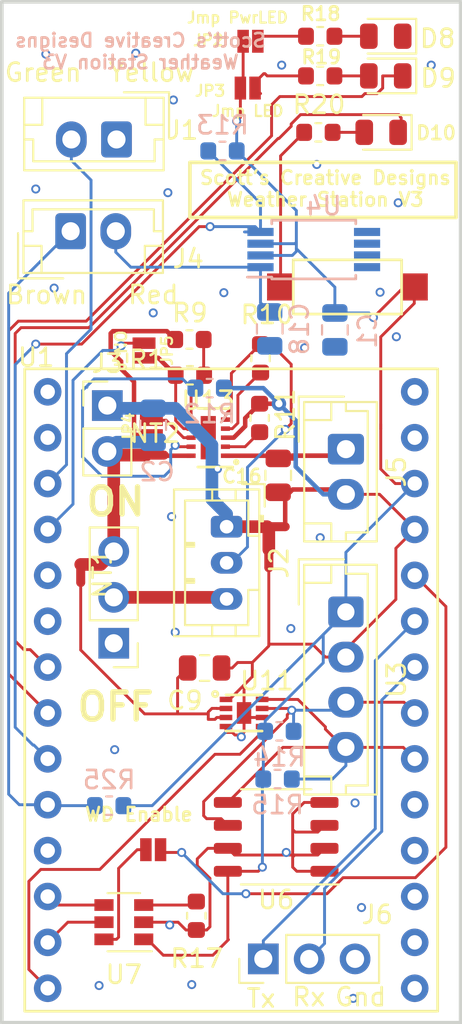
<source format=kicad_pcb>
(kicad_pcb (version 20171130) (host pcbnew "(5.0.1)-rc2")

  (general
    (thickness 1.6)
    (drawings 19)
    (tracks 430)
    (zones 0)
    (modules 45)
    (nets 55)
  )

  (page A4)
  (layers
    (0 F.Cu signal)
    (31 B.Cu signal)
    (32 B.Adhes user)
    (33 F.Adhes user)
    (34 B.Paste user)
    (35 F.Paste user)
    (36 B.SilkS user)
    (37 F.SilkS user)
    (38 B.Mask user)
    (39 F.Mask user)
    (40 Dwgs.User user)
    (41 Cmts.User user)
    (42 Eco1.User user)
    (43 Eco2.User user)
    (44 Edge.Cuts user)
    (45 Margin user)
    (46 B.CrtYd user)
    (47 F.CrtYd user)
    (48 B.Fab user)
    (49 F.Fab user hide)
  )

  (setup
    (last_trace_width 0.25)
    (trace_clearance 0.2)
    (zone_clearance 0.5)
    (zone_45_only no)
    (trace_min 0.127)
    (segment_width 0.2)
    (edge_width 0.15)
    (via_size 0.8)
    (via_drill 0.4)
    (via_min_size 0.45)
    (via_min_drill 0.3)
    (user_via 0.5 0.3)
    (uvia_size 0.3)
    (uvia_drill 0.1)
    (uvias_allowed no)
    (uvia_min_size 0.3)
    (uvia_min_drill 0.1)
    (pcb_text_width 0.3)
    (pcb_text_size 1.5 1.5)
    (mod_edge_width 0.15)
    (mod_text_size 1 1)
    (mod_text_width 0.15)
    (pad_size 0.6 0.6)
    (pad_drill 0.4)
    (pad_to_mask_clearance 0.051)
    (solder_mask_min_width 0.25)
    (aux_axis_origin 0 0)
    (visible_elements 7FFFFFFF)
    (pcbplotparams
      (layerselection 0x010fc_ffffffff)
      (usegerberextensions false)
      (usegerberattributes false)
      (usegerberadvancedattributes false)
      (creategerberjobfile false)
      (excludeedgelayer true)
      (linewidth 0.100000)
      (plotframeref false)
      (viasonmask false)
      (mode 1)
      (useauxorigin false)
      (hpglpennumber 1)
      (hpglpenspeed 20)
      (hpglpendiameter 15.000000)
      (psnegative false)
      (psa4output false)
      (plotreference true)
      (plotvalue true)
      (plotinvisibletext false)
      (padsonsilk false)
      (subtractmaskfromsilk false)
      (outputformat 1)
      (mirror false)
      (drillshape 0)
      (scaleselection 1)
      (outputdirectory "Gerber/"))
  )

  (net 0 "")
  (net 1 GND)
  (net 2 /ANE_Tx)
  (net 3 /ANE_Vcc)
  (net 4 /ANE_Pulse)
  (net 5 /Sheet5C1E5C91/NTC)
  (net 6 /RESET)
  (net 7 /Sheet5C1E5C91/Batt+)
  (net 8 "Net-(R11-Pad1)")
  (net 9 "Net-(R12-Pad1)")
  (net 10 BATT_ALRT)
  (net 11 I2C_SDA)
  (net 12 I2C_SCL)
  (net 13 /ANE_Vcc_EN)
  (net 14 3V3)
  (net 15 /Sheet5C1E5C91/Solar+)
  (net 16 "Net-(D8-Pad2)")
  (net 17 "Net-(D9-Pad2)")
  (net 18 /GPLED1)
  (net 19 /GPLED2)
  (net 20 "Net-(D10-Pad2)")
  (net 21 "Net-(JP1-Pad1)")
  (net 22 "Net-(JP2-Pad1)")
  (net 23 "Net-(R17-Pad2)")
  (net 24 /DONE)
  (net 25 /WAKE)
  (net 26 /Sheet5C1E5C91/Batt_int)
  (net 27 /Sheet5C1E5C91/BattMon+)
  (net 28 "Net-(SW2-Pad1)")
  (net 29 "Net-(U4-Pad5)")
  (net 30 "Net-(U4-Pad6)")
  (net 31 "Net-(U4-Pad7)")
  (net 32 "Net-(U4-Pad8)")
  (net 33 "Net-(R10-Pad1)")
  (net 34 "Net-(JP3-Pad2)")
  (net 35 "Net-(JP4-Pad2)")
  (net 36 "Net-(R20-Pad2)")
  (net 37 "Net-(U1-Pad1)")
  (net 38 "Net-(U1-Pad2)")
  (net 39 "Net-(U1-Pad5)")
  (net 40 "Net-(U1-Pad6)")
  (net 41 "Net-(U1-Pad15)")
  (net 42 "Net-(U1-Pad16)")
  (net 43 "Net-(U1-Pad17)")
  (net 44 "Net-(U1-Pad18)")
  (net 45 "Net-(U1-Pad19)")
  (net 46 "Net-(U1-Pad27)")
  (net 47 "Net-(U1-Pad28)")
  (net 48 "Net-(U1-Pad11)")
  (net 49 "Net-(J6-Pad1)")
  (net 50 "Net-(J6-Pad2)")
  (net 51 CHRG_EN)
  (net 52 /Sheet5C1E5C91/Batt_Chrg+)
  (net 53 "Net-(R1-Pad1)")
  (net 54 "Net-(JP5-Pad2)")

  (net_class Default "This is the default net class."
    (clearance 0.2)
    (trace_width 0.25)
    (via_dia 0.8)
    (via_drill 0.4)
    (uvia_dia 0.3)
    (uvia_drill 0.1)
    (add_net /Sheet5C1E5C91/Batt_Chrg+)
    (add_net /Sheet5C1E5C91/Solar+)
    (add_net "Net-(JP5-Pad2)")
  )

  (net_class BattPwr ""
    (clearance 0.2)
    (trace_width 0.7)
    (via_dia 0.8)
    (via_drill 0.4)
    (uvia_dia 0.3)
    (uvia_drill 0.1)
    (add_net /Sheet5C1E5C91/Batt+)
    (add_net /Sheet5C1E5C91/Batt_int)
  )

  (net_class SmallSig ""
    (clearance 0.2)
    (trace_width 0.16)
    (via_dia 0.5)
    (via_drill 0.3)
    (uvia_dia 0.3)
    (uvia_drill 0.1)
    (add_net /ANE_Pulse)
    (add_net /ANE_Tx)
    (add_net /ANE_Vcc)
    (add_net /ANE_Vcc_EN)
    (add_net /DONE)
    (add_net /GPLED1)
    (add_net /GPLED2)
    (add_net /RESET)
    (add_net /Sheet5C1E5C91/BattMon+)
    (add_net /Sheet5C1E5C91/NTC)
    (add_net /WAKE)
    (add_net 3V3)
    (add_net BATT_ALRT)
    (add_net CHRG_EN)
    (add_net GND)
    (add_net I2C_SCL)
    (add_net I2C_SDA)
    (add_net "Net-(D10-Pad2)")
    (add_net "Net-(D8-Pad2)")
    (add_net "Net-(D9-Pad2)")
    (add_net "Net-(J6-Pad1)")
    (add_net "Net-(J6-Pad2)")
    (add_net "Net-(JP1-Pad1)")
    (add_net "Net-(JP2-Pad1)")
    (add_net "Net-(JP3-Pad2)")
    (add_net "Net-(JP4-Pad2)")
    (add_net "Net-(R1-Pad1)")
    (add_net "Net-(R10-Pad1)")
    (add_net "Net-(R11-Pad1)")
    (add_net "Net-(R12-Pad1)")
    (add_net "Net-(R17-Pad2)")
    (add_net "Net-(R20-Pad2)")
    (add_net "Net-(SW2-Pad1)")
    (add_net "Net-(U1-Pad1)")
    (add_net "Net-(U1-Pad11)")
    (add_net "Net-(U1-Pad15)")
    (add_net "Net-(U1-Pad16)")
    (add_net "Net-(U1-Pad17)")
    (add_net "Net-(U1-Pad18)")
    (add_net "Net-(U1-Pad19)")
    (add_net "Net-(U1-Pad2)")
    (add_net "Net-(U1-Pad27)")
    (add_net "Net-(U1-Pad28)")
    (add_net "Net-(U1-Pad5)")
    (add_net "Net-(U1-Pad6)")
    (add_net "Net-(U4-Pad5)")
    (add_net "Net-(U4-Pad6)")
    (add_net "Net-(U4-Pad7)")
    (add_net "Net-(U4-Pad8)")
  )

  (module Connector_JST:JST_EH_B02B-EH-A_1x02_P2.50mm_Vertical (layer F.Cu) (tedit 5B772AC7) (tstamp 5CCE869F)
    (at 99.06 59.69 180)
    (descr "JST EH series connector, B02B-EH-A (http://www.jst-mfg.com/product/pdf/eng/eEH.pdf), generated with kicad-footprint-generator")
    (tags "connector JST EH side entry")
    (path /5CC053C4)
    (fp_text reference J1 (at -3.6576 0.508 180) (layer F.SilkS)
      (effects (font (size 1 1) (thickness 0.15)))
    )
    (fp_text value Conn_01x02 (at 1.25 3.4 180) (layer F.Fab)
      (effects (font (size 1 1) (thickness 0.15)))
    )
    (fp_text user %R (at 1.25 1.5 180) (layer F.Fab)
      (effects (font (size 1 1) (thickness 0.15)))
    )
    (fp_line (start -2.91 2.61) (end -0.41 2.61) (layer F.Fab) (width 0.1))
    (fp_line (start -2.91 0.11) (end -2.91 2.61) (layer F.Fab) (width 0.1))
    (fp_line (start -2.91 2.61) (end -0.41 2.61) (layer F.SilkS) (width 0.12))
    (fp_line (start -2.91 0.11) (end -2.91 2.61) (layer F.SilkS) (width 0.12))
    (fp_line (start 4.11 0.81) (end 4.11 2.31) (layer F.SilkS) (width 0.12))
    (fp_line (start 5.11 0.81) (end 4.11 0.81) (layer F.SilkS) (width 0.12))
    (fp_line (start -1.61 0.81) (end -1.61 2.31) (layer F.SilkS) (width 0.12))
    (fp_line (start -2.61 0.81) (end -1.61 0.81) (layer F.SilkS) (width 0.12))
    (fp_line (start 4.61 0) (end 5.11 0) (layer F.SilkS) (width 0.12))
    (fp_line (start 4.61 -1.21) (end 4.61 0) (layer F.SilkS) (width 0.12))
    (fp_line (start -2.11 -1.21) (end 4.61 -1.21) (layer F.SilkS) (width 0.12))
    (fp_line (start -2.11 0) (end -2.11 -1.21) (layer F.SilkS) (width 0.12))
    (fp_line (start -2.61 0) (end -2.11 0) (layer F.SilkS) (width 0.12))
    (fp_line (start 5.11 -1.71) (end -2.61 -1.71) (layer F.SilkS) (width 0.12))
    (fp_line (start 5.11 2.31) (end 5.11 -1.71) (layer F.SilkS) (width 0.12))
    (fp_line (start -2.61 2.31) (end 5.11 2.31) (layer F.SilkS) (width 0.12))
    (fp_line (start -2.61 -1.71) (end -2.61 2.31) (layer F.SilkS) (width 0.12))
    (fp_line (start 5.5 -2.1) (end -3 -2.1) (layer F.CrtYd) (width 0.05))
    (fp_line (start 5.5 2.7) (end 5.5 -2.1) (layer F.CrtYd) (width 0.05))
    (fp_line (start -3 2.7) (end 5.5 2.7) (layer F.CrtYd) (width 0.05))
    (fp_line (start -3 -2.1) (end -3 2.7) (layer F.CrtYd) (width 0.05))
    (fp_line (start 5 -1.6) (end -2.5 -1.6) (layer F.Fab) (width 0.1))
    (fp_line (start 5 2.2) (end 5 -1.6) (layer F.Fab) (width 0.1))
    (fp_line (start -2.5 2.2) (end 5 2.2) (layer F.Fab) (width 0.1))
    (fp_line (start -2.5 -1.6) (end -2.5 2.2) (layer F.Fab) (width 0.1))
    (pad 2 thru_hole oval (at 2.5 0 180) (size 1.7 2) (drill 1) (layers *.Cu *.Mask)
      (net 4 /ANE_Pulse))
    (pad 1 thru_hole roundrect (at 0 0 180) (size 1.7 2) (drill 1) (layers *.Cu *.Mask) (roundrect_rratio 0.147059)
      (net 1 GND))
    (model ${KISYS3DMOD}/Connector_JST.3dshapes/JST_EH_B02B-EH-A_1x02_P2.50mm_Vertical.wrl
      (at (xyz 0 0 0))
      (scale (xyz 1 1 1))
      (rotate (xyz 20 0 0))
    )
    (model "C:/Program Files/KiCad/share/kicad/modules/packages3d/Connector_JST.3dshapes/JST_EH_B2B-EH-A_1x02_P2.50mm_Vertical.step"
      (at (xyz 0 0 0))
      (scale (xyz 1 1 1))
      (rotate (xyz 0 0 0))
    )
  )

  (module Connector_JST:JST_EH_B04B-EH-A_1x04_P2.50mm_Vertical (layer F.Cu) (tedit 5B772AC7) (tstamp 5C87EA78)
    (at 111.76 85.845 270)
    (descr "JST EH series connector, B04B-EH-A (http://www.jst-mfg.com/product/pdf/eng/eEH.pdf), generated with kicad-footprint-generator")
    (tags "connector JST EH side entry")
    (path /5C1BD82E)
    (fp_text reference U3 (at 3.75 -2.8 270) (layer F.SilkS)
      (effects (font (size 1 1) (thickness 0.15)))
    )
    (fp_text value BME280 (at 3.75 3.4 270) (layer F.Fab)
      (effects (font (size 1 1) (thickness 0.15)))
    )
    (fp_line (start -2.5 -1.6) (end -2.5 2.2) (layer F.Fab) (width 0.1))
    (fp_line (start -2.5 2.2) (end 10 2.2) (layer F.Fab) (width 0.1))
    (fp_line (start 10 2.2) (end 10 -1.6) (layer F.Fab) (width 0.1))
    (fp_line (start 10 -1.6) (end -2.5 -1.6) (layer F.Fab) (width 0.1))
    (fp_line (start -3 -2.1) (end -3 2.7) (layer F.CrtYd) (width 0.05))
    (fp_line (start -3 2.7) (end 10.5 2.7) (layer F.CrtYd) (width 0.05))
    (fp_line (start 10.5 2.7) (end 10.5 -2.1) (layer F.CrtYd) (width 0.05))
    (fp_line (start 10.5 -2.1) (end -3 -2.1) (layer F.CrtYd) (width 0.05))
    (fp_line (start -2.61 -1.71) (end -2.61 2.31) (layer F.SilkS) (width 0.12))
    (fp_line (start -2.61 2.31) (end 10.11 2.31) (layer F.SilkS) (width 0.12))
    (fp_line (start 10.11 2.31) (end 10.11 -1.71) (layer F.SilkS) (width 0.12))
    (fp_line (start 10.11 -1.71) (end -2.61 -1.71) (layer F.SilkS) (width 0.12))
    (fp_line (start -2.61 0) (end -2.11 0) (layer F.SilkS) (width 0.12))
    (fp_line (start -2.11 0) (end -2.11 -1.21) (layer F.SilkS) (width 0.12))
    (fp_line (start -2.11 -1.21) (end 9.61 -1.21) (layer F.SilkS) (width 0.12))
    (fp_line (start 9.61 -1.21) (end 9.61 0) (layer F.SilkS) (width 0.12))
    (fp_line (start 9.61 0) (end 10.11 0) (layer F.SilkS) (width 0.12))
    (fp_line (start -2.61 0.81) (end -1.61 0.81) (layer F.SilkS) (width 0.12))
    (fp_line (start -1.61 0.81) (end -1.61 2.31) (layer F.SilkS) (width 0.12))
    (fp_line (start 10.11 0.81) (end 9.11 0.81) (layer F.SilkS) (width 0.12))
    (fp_line (start 9.11 0.81) (end 9.11 2.31) (layer F.SilkS) (width 0.12))
    (fp_line (start -2.91 0.11) (end -2.91 2.61) (layer F.SilkS) (width 0.12))
    (fp_line (start -2.91 2.61) (end -0.41 2.61) (layer F.SilkS) (width 0.12))
    (fp_line (start -2.91 0.11) (end -2.91 2.61) (layer F.Fab) (width 0.1))
    (fp_line (start -2.91 2.61) (end -0.41 2.61) (layer F.Fab) (width 0.1))
    (fp_text user %R (at 3.75 1.5 270) (layer F.Fab)
      (effects (font (size 1 1) (thickness 0.15)))
    )
    (pad 1 thru_hole roundrect (at 0 0 270) (size 1.7 1.95) (drill 0.95) (layers *.Cu *.Mask) (roundrect_rratio 0.147059)
      (net 14 3V3))
    (pad 2 thru_hole oval (at 2.5 0 270) (size 1.7 1.95) (drill 0.95) (layers *.Cu *.Mask)
      (net 1 GND))
    (pad 3 thru_hole oval (at 5 0 270) (size 1.7 1.95) (drill 0.95) (layers *.Cu *.Mask)
      (net 12 I2C_SCL))
    (pad 4 thru_hole oval (at 7.5 0 270) (size 1.7 1.95) (drill 0.95) (layers *.Cu *.Mask)
      (net 11 I2C_SDA))
    (model ${KISYS3DMOD}/Connector_JST.3dshapes/JST_EH_B04B-EH-A_1x04_P2.50mm_Vertical.wrl
      (at (xyz 0 0 0))
      (scale (xyz 1 1 1))
      (rotate (xyz 0 0 0))
    )
    (model ${KISYS3DMOD}/Connector_JST.3dshapes/JST_EH_B4B-EH-A_1x04_P2.50mm_Vertical.step
      (at (xyz 0 0 0))
      (scale (xyz 1 1 1))
      (rotate (xyz 0 0 0))
    )
  )

  (module Capacitor_SMD:C_0805_2012Metric (layer B.Cu) (tedit 5B36C52B) (tstamp 5C75FC07)
    (at 111.1504 70.2333 90)
    (descr "Capacitor SMD 0805 (2012 Metric), square (rectangular) end terminal, IPC_7351 nominal, (Body size source: https://docs.google.com/spreadsheets/d/1BsfQQcO9C6DZCsRaXUlFlo91Tg2WpOkGARC1WS5S8t0/edit?usp=sharing), generated with kicad-footprint-generator")
    (tags capacitor)
    (path /5C1AEA54)
    (attr smd)
    (fp_text reference C1 (at -0.0612 1.8034 90) (layer B.SilkS)
      (effects (font (size 1 1) (thickness 0.15)) (justify mirror))
    )
    (fp_text value 100nF (at 0 -1.65 90) (layer B.Fab)
      (effects (font (size 1 1) (thickness 0.15)) (justify mirror))
    )
    (fp_text user %R (at 0 0 90) (layer B.Fab)
      (effects (font (size 0.5 0.5) (thickness 0.08)) (justify mirror))
    )
    (fp_line (start 1.68 -0.95) (end -1.68 -0.95) (layer B.CrtYd) (width 0.05))
    (fp_line (start 1.68 0.95) (end 1.68 -0.95) (layer B.CrtYd) (width 0.05))
    (fp_line (start -1.68 0.95) (end 1.68 0.95) (layer B.CrtYd) (width 0.05))
    (fp_line (start -1.68 -0.95) (end -1.68 0.95) (layer B.CrtYd) (width 0.05))
    (fp_line (start -0.258578 -0.71) (end 0.258578 -0.71) (layer B.SilkS) (width 0.12))
    (fp_line (start -0.258578 0.71) (end 0.258578 0.71) (layer B.SilkS) (width 0.12))
    (fp_line (start 1 -0.6) (end -1 -0.6) (layer B.Fab) (width 0.1))
    (fp_line (start 1 0.6) (end 1 -0.6) (layer B.Fab) (width 0.1))
    (fp_line (start -1 0.6) (end 1 0.6) (layer B.Fab) (width 0.1))
    (fp_line (start -1 -0.6) (end -1 0.6) (layer B.Fab) (width 0.1))
    (pad 2 smd roundrect (at 0.9375 0 90) (size 0.975 1.4) (layers B.Cu B.Paste B.Mask) (roundrect_rratio 0.25)
      (net 14 3V3))
    (pad 1 smd roundrect (at -0.9375 0 90) (size 0.975 1.4) (layers B.Cu B.Paste B.Mask) (roundrect_rratio 0.25)
      (net 1 GND))
    (model ${KISYS3DMOD}/Capacitor_SMD.3dshapes/C_0805_2012Metric.wrl
      (at (xyz 0 0 0))
      (scale (xyz 1 1 1))
      (rotate (xyz 0 0 0))
    )
  )

  (module Capacitor_SMD:C_0805_2012Metric (layer F.Cu) (tedit 5B36C52B) (tstamp 5C75FC5C)
    (at 103.9368 88.9508 180)
    (descr "Capacitor SMD 0805 (2012 Metric), square (rectangular) end terminal, IPC_7351 nominal, (Body size source: https://docs.google.com/spreadsheets/d/1BsfQQcO9C6DZCsRaXUlFlo91Tg2WpOkGARC1WS5S8t0/edit?usp=sharing), generated with kicad-footprint-generator")
    (tags capacitor)
    (path /5C1E5C92/5C1F9204)
    (attr smd)
    (fp_text reference C9 (at 1.0922 -1.8034 180) (layer F.SilkS)
      (effects (font (size 1 1) (thickness 0.15)))
    )
    (fp_text value 0.1uF (at 0 1.65 180) (layer F.Fab)
      (effects (font (size 1 1) (thickness 0.15)))
    )
    (fp_text user %R (at 0 0 180) (layer F.Fab)
      (effects (font (size 0.5 0.5) (thickness 0.08)))
    )
    (fp_line (start 1.68 0.95) (end -1.68 0.95) (layer F.CrtYd) (width 0.05))
    (fp_line (start 1.68 -0.95) (end 1.68 0.95) (layer F.CrtYd) (width 0.05))
    (fp_line (start -1.68 -0.95) (end 1.68 -0.95) (layer F.CrtYd) (width 0.05))
    (fp_line (start -1.68 0.95) (end -1.68 -0.95) (layer F.CrtYd) (width 0.05))
    (fp_line (start -0.258578 0.71) (end 0.258578 0.71) (layer F.SilkS) (width 0.12))
    (fp_line (start -0.258578 -0.71) (end 0.258578 -0.71) (layer F.SilkS) (width 0.12))
    (fp_line (start 1 0.6) (end -1 0.6) (layer F.Fab) (width 0.1))
    (fp_line (start 1 -0.6) (end 1 0.6) (layer F.Fab) (width 0.1))
    (fp_line (start -1 -0.6) (end 1 -0.6) (layer F.Fab) (width 0.1))
    (fp_line (start -1 0.6) (end -1 -0.6) (layer F.Fab) (width 0.1))
    (pad 2 smd roundrect (at 0.9375 0 180) (size 0.975 1.4) (layers F.Cu F.Paste F.Mask) (roundrect_rratio 0.25)
      (net 27 /Sheet5C1E5C91/BattMon+))
    (pad 1 smd roundrect (at -0.9375 0 180) (size 0.975 1.4) (layers F.Cu F.Paste F.Mask) (roundrect_rratio 0.25)
      (net 1 GND))
    (model ${KISYS3DMOD}/Capacitor_SMD.3dshapes/C_0805_2012Metric.wrl
      (at (xyz 0 0 0))
      (scale (xyz 1 1 1))
      (rotate (xyz 0 0 0))
    )
  )

  (module Capacitor_SMD:C_0805_2012Metric (layer F.Cu) (tedit 5CCECFF3) (tstamp 5C75FC7E)
    (at 108.0135 78.2851 270)
    (descr "Capacitor SMD 0805 (2012 Metric), square (rectangular) end terminal, IPC_7351 nominal, (Body size source: https://docs.google.com/spreadsheets/d/1BsfQQcO9C6DZCsRaXUlFlo91Tg2WpOkGARC1WS5S8t0/edit?usp=sharing), generated with kicad-footprint-generator")
    (tags capacitor)
    (path /5C1E5C92/5C1F6717)
    (attr smd)
    (fp_text reference C16 (at 0.0508 2.0066 180) (layer F.SilkS)
      (effects (font (size 0.75 0.75) (thickness 0.15)))
    )
    (fp_text value 1uF (at 0 1.65 270) (layer F.Fab)
      (effects (font (size 1 1) (thickness 0.15)))
    )
    (fp_line (start -1 0.6) (end -1 -0.6) (layer F.Fab) (width 0.1))
    (fp_line (start -1 -0.6) (end 1 -0.6) (layer F.Fab) (width 0.1))
    (fp_line (start 1 -0.6) (end 1 0.6) (layer F.Fab) (width 0.1))
    (fp_line (start 1 0.6) (end -1 0.6) (layer F.Fab) (width 0.1))
    (fp_line (start -0.258578 -0.71) (end 0.258578 -0.71) (layer F.SilkS) (width 0.12))
    (fp_line (start -0.258578 0.71) (end 0.258578 0.71) (layer F.SilkS) (width 0.12))
    (fp_line (start -1.68 0.95) (end -1.68 -0.95) (layer F.CrtYd) (width 0.05))
    (fp_line (start -1.68 -0.95) (end 1.68 -0.95) (layer F.CrtYd) (width 0.05))
    (fp_line (start 1.68 -0.95) (end 1.68 0.95) (layer F.CrtYd) (width 0.05))
    (fp_line (start 1.68 0.95) (end -1.68 0.95) (layer F.CrtYd) (width 0.05))
    (fp_text user %R (at 0 0 270) (layer F.Fab)
      (effects (font (size 0.5 0.5) (thickness 0.08)))
    )
    (pad 1 smd roundrect (at -0.9375 0 270) (size 0.975 1.4) (layers F.Cu F.Paste F.Mask) (roundrect_rratio 0.25)
      (net 15 /Sheet5C1E5C91/Solar+))
    (pad 2 smd roundrect (at 0.9375 0 270) (size 0.975 1.4) (layers F.Cu F.Paste F.Mask) (roundrect_rratio 0.25)
      (net 1 GND))
    (model ${KISYS3DMOD}/Capacitor_SMD.3dshapes/C_0805_2012Metric.wrl
      (at (xyz 0 0 0))
      (scale (xyz 1 1 1))
      (rotate (xyz 0 0 0))
    )
  )

  (module Capacitor_SMD:C_0805_2012Metric (layer B.Cu) (tedit 5B36C52B) (tstamp 5C75FC8F)
    (at 107.5436 70.1779 90)
    (descr "Capacitor SMD 0805 (2012 Metric), square (rectangular) end terminal, IPC_7351 nominal, (Body size source: https://docs.google.com/spreadsheets/d/1BsfQQcO9C6DZCsRaXUlFlo91Tg2WpOkGARC1WS5S8t0/edit?usp=sharing), generated with kicad-footprint-generator")
    (tags capacitor)
    (path /5C481E4E)
    (attr smd)
    (fp_text reference C18 (at 0 1.65 90) (layer B.SilkS)
      (effects (font (size 1 1) (thickness 0.15)) (justify mirror))
    )
    (fp_text value 100nF (at 0 -1.65 90) (layer B.Fab)
      (effects (font (size 1 1) (thickness 0.15)) (justify mirror))
    )
    (fp_line (start -1 -0.6) (end -1 0.6) (layer B.Fab) (width 0.1))
    (fp_line (start -1 0.6) (end 1 0.6) (layer B.Fab) (width 0.1))
    (fp_line (start 1 0.6) (end 1 -0.6) (layer B.Fab) (width 0.1))
    (fp_line (start 1 -0.6) (end -1 -0.6) (layer B.Fab) (width 0.1))
    (fp_line (start -0.258578 0.71) (end 0.258578 0.71) (layer B.SilkS) (width 0.12))
    (fp_line (start -0.258578 -0.71) (end 0.258578 -0.71) (layer B.SilkS) (width 0.12))
    (fp_line (start -1.68 -0.95) (end -1.68 0.95) (layer B.CrtYd) (width 0.05))
    (fp_line (start -1.68 0.95) (end 1.68 0.95) (layer B.CrtYd) (width 0.05))
    (fp_line (start 1.68 0.95) (end 1.68 -0.95) (layer B.CrtYd) (width 0.05))
    (fp_line (start 1.68 -0.95) (end -1.68 -0.95) (layer B.CrtYd) (width 0.05))
    (fp_text user %R (at 0 0 90) (layer B.Fab)
      (effects (font (size 0.5 0.5) (thickness 0.08)) (justify mirror))
    )
    (pad 1 smd roundrect (at -0.9375 0 90) (size 0.975 1.4) (layers B.Cu B.Paste B.Mask) (roundrect_rratio 0.25)
      (net 1 GND))
    (pad 2 smd roundrect (at 0.9375 0 90) (size 0.975 1.4) (layers B.Cu B.Paste B.Mask) (roundrect_rratio 0.25)
      (net 3 /ANE_Vcc))
    (model ${KISYS3DMOD}/Capacitor_SMD.3dshapes/C_0805_2012Metric.wrl
      (at (xyz 0 0 0))
      (scale (xyz 1 1 1))
      (rotate (xyz 0 0 0))
    )
  )

  (module LED_SMD:LED_0805_2012Metric (layer F.Cu) (tedit 5B36C52C) (tstamp 5C75FCC8)
    (at 113.9675 53.975 180)
    (descr "LED SMD 0805 (2012 Metric), square (rectangular) end terminal, IPC_7351 nominal, (Body size source: https://docs.google.com/spreadsheets/d/1BsfQQcO9C6DZCsRaXUlFlo91Tg2WpOkGARC1WS5S8t0/edit?usp=sharing), generated with kicad-footprint-generator")
    (tags diode)
    (path /5C40D871)
    (attr smd)
    (fp_text reference D8 (at -2.8725 -0.127 180) (layer F.SilkS)
      (effects (font (size 1 1) (thickness 0.15)))
    )
    (fp_text value "3V3 OK" (at 0 1.65 180) (layer F.Fab)
      (effects (font (size 1 1) (thickness 0.15)))
    )
    (fp_text user %R (at 0 0 180) (layer F.Fab)
      (effects (font (size 0.5 0.5) (thickness 0.08)))
    )
    (fp_line (start 1.68 0.95) (end -1.68 0.95) (layer F.CrtYd) (width 0.05))
    (fp_line (start 1.68 -0.95) (end 1.68 0.95) (layer F.CrtYd) (width 0.05))
    (fp_line (start -1.68 -0.95) (end 1.68 -0.95) (layer F.CrtYd) (width 0.05))
    (fp_line (start -1.68 0.95) (end -1.68 -0.95) (layer F.CrtYd) (width 0.05))
    (fp_line (start -1.685 0.96) (end 1 0.96) (layer F.SilkS) (width 0.12))
    (fp_line (start -1.685 -0.96) (end -1.685 0.96) (layer F.SilkS) (width 0.12))
    (fp_line (start 1 -0.96) (end -1.685 -0.96) (layer F.SilkS) (width 0.12))
    (fp_line (start 1 0.6) (end 1 -0.6) (layer F.Fab) (width 0.1))
    (fp_line (start -1 0.6) (end 1 0.6) (layer F.Fab) (width 0.1))
    (fp_line (start -1 -0.3) (end -1 0.6) (layer F.Fab) (width 0.1))
    (fp_line (start -0.7 -0.6) (end -1 -0.3) (layer F.Fab) (width 0.1))
    (fp_line (start 1 -0.6) (end -0.7 -0.6) (layer F.Fab) (width 0.1))
    (pad 2 smd roundrect (at 0.9375 0 180) (size 0.975 1.4) (layers F.Cu F.Paste F.Mask) (roundrect_rratio 0.25)
      (net 16 "Net-(D8-Pad2)"))
    (pad 1 smd roundrect (at -0.9375 0 180) (size 0.975 1.4) (layers F.Cu F.Paste F.Mask) (roundrect_rratio 0.25)
      (net 1 GND))
    (model ${KISYS3DMOD}/LED_SMD.3dshapes/LED_0805_2012Metric.wrl
      (at (xyz 0 0 0))
      (scale (xyz 1 1 1))
      (rotate (xyz 0 0 0))
    )
  )

  (module LED_SMD:LED_0805_2012Metric (layer F.Cu) (tedit 5B36C52C) (tstamp 5C75FCDB)
    (at 113.9675 56.1721 180)
    (descr "LED SMD 0805 (2012 Metric), square (rectangular) end terminal, IPC_7351 nominal, (Body size source: https://docs.google.com/spreadsheets/d/1BsfQQcO9C6DZCsRaXUlFlo91Tg2WpOkGARC1WS5S8t0/edit?usp=sharing), generated with kicad-footprint-generator")
    (tags diode)
    (path /5C40E9E4)
    (attr smd)
    (fp_text reference D9 (at -2.8979 -0.127 180) (layer F.SilkS)
      (effects (font (size 1 1) (thickness 0.15)))
    )
    (fp_text value GPLED (at 0 1.65 180) (layer F.Fab)
      (effects (font (size 1 1) (thickness 0.15)))
    )
    (fp_text user %R (at 0 0 180) (layer F.Fab)
      (effects (font (size 0.5 0.5) (thickness 0.08)))
    )
    (fp_line (start 1.68 0.95) (end -1.68 0.95) (layer F.CrtYd) (width 0.05))
    (fp_line (start 1.68 -0.95) (end 1.68 0.95) (layer F.CrtYd) (width 0.05))
    (fp_line (start -1.68 -0.95) (end 1.68 -0.95) (layer F.CrtYd) (width 0.05))
    (fp_line (start -1.68 0.95) (end -1.68 -0.95) (layer F.CrtYd) (width 0.05))
    (fp_line (start -1.685 0.96) (end 1 0.96) (layer F.SilkS) (width 0.12))
    (fp_line (start -1.685 -0.96) (end -1.685 0.96) (layer F.SilkS) (width 0.12))
    (fp_line (start 1 -0.96) (end -1.685 -0.96) (layer F.SilkS) (width 0.12))
    (fp_line (start 1 0.6) (end 1 -0.6) (layer F.Fab) (width 0.1))
    (fp_line (start -1 0.6) (end 1 0.6) (layer F.Fab) (width 0.1))
    (fp_line (start -1 -0.3) (end -1 0.6) (layer F.Fab) (width 0.1))
    (fp_line (start -0.7 -0.6) (end -1 -0.3) (layer F.Fab) (width 0.1))
    (fp_line (start 1 -0.6) (end -0.7 -0.6) (layer F.Fab) (width 0.1))
    (pad 2 smd roundrect (at 0.9375 0 180) (size 0.975 1.4) (layers F.Cu F.Paste F.Mask) (roundrect_rratio 0.25)
      (net 17 "Net-(D9-Pad2)"))
    (pad 1 smd roundrect (at -0.9375 0 180) (size 0.975 1.4) (layers F.Cu F.Paste F.Mask) (roundrect_rratio 0.25)
      (net 18 /GPLED1))
    (model ${KISYS3DMOD}/LED_SMD.3dshapes/LED_0805_2012Metric.wrl
      (at (xyz 0 0 0))
      (scale (xyz 1 1 1))
      (rotate (xyz 0 0 0))
    )
  )

  (module LED_SMD:LED_0805_2012Metric (layer F.Cu) (tedit 5CCED34B) (tstamp 5C843B74)
    (at 113.7135 59.2963 180)
    (descr "LED SMD 0805 (2012 Metric), square (rectangular) end terminal, IPC_7351 nominal, (Body size source: https://docs.google.com/spreadsheets/d/1BsfQQcO9C6DZCsRaXUlFlo91Tg2WpOkGARC1WS5S8t0/edit?usp=sharing), generated with kicad-footprint-generator")
    (tags diode)
    (path /5C41155E)
    (attr smd)
    (fp_text reference D10 (at -3.04014 -0.03302 180) (layer F.SilkS)
      (effects (font (size 0.75 0.75) (thickness 0.15)))
    )
    (fp_text value GPLED (at 0 1.65 180) (layer F.Fab)
      (effects (font (size 1 1) (thickness 0.15)))
    )
    (fp_line (start 1 -0.6) (end -0.7 -0.6) (layer F.Fab) (width 0.1))
    (fp_line (start -0.7 -0.6) (end -1 -0.3) (layer F.Fab) (width 0.1))
    (fp_line (start -1 -0.3) (end -1 0.6) (layer F.Fab) (width 0.1))
    (fp_line (start -1 0.6) (end 1 0.6) (layer F.Fab) (width 0.1))
    (fp_line (start 1 0.6) (end 1 -0.6) (layer F.Fab) (width 0.1))
    (fp_line (start 1 -0.96) (end -1.685 -0.96) (layer F.SilkS) (width 0.12))
    (fp_line (start -1.685 -0.96) (end -1.685 0.96) (layer F.SilkS) (width 0.12))
    (fp_line (start -1.685 0.96) (end 1 0.96) (layer F.SilkS) (width 0.12))
    (fp_line (start -1.68 0.95) (end -1.68 -0.95) (layer F.CrtYd) (width 0.05))
    (fp_line (start -1.68 -0.95) (end 1.68 -0.95) (layer F.CrtYd) (width 0.05))
    (fp_line (start 1.68 -0.95) (end 1.68 0.95) (layer F.CrtYd) (width 0.05))
    (fp_line (start 1.68 0.95) (end -1.68 0.95) (layer F.CrtYd) (width 0.05))
    (fp_text user %R (at 0 0 180) (layer F.Fab)
      (effects (font (size 0.5 0.5) (thickness 0.08)))
    )
    (pad 1 smd roundrect (at -0.9375 0 180) (size 0.975 1.4) (layers F.Cu F.Paste F.Mask) (roundrect_rratio 0.25)
      (net 19 /GPLED2))
    (pad 2 smd roundrect (at 0.9375 0 180) (size 0.975 1.4) (layers F.Cu F.Paste F.Mask) (roundrect_rratio 0.25)
      (net 20 "Net-(D10-Pad2)"))
    (model ${KISYS3DMOD}/LED_SMD.3dshapes/LED_0805_2012Metric.wrl
      (at (xyz 0 0 0))
      (scale (xyz 1 1 1))
      (rotate (xyz 0 0 0))
    )
  )

  (module Connector_JST:JST_PH_B3B-PH-K_1x03_P2.00mm_Vertical (layer F.Cu) (tedit 5B7745C2) (tstamp 5C75FD3F)
    (at 105.156 81.1276 270)
    (descr "JST PH series connector, B3B-PH-K (http://www.jst-mfg.com/product/pdf/eng/ePH.pdf), generated with kicad-footprint-generator")
    (tags "connector JST PH side entry")
    (path /5C1E5C92/5C26230A)
    (fp_text reference J2 (at 2 -2.9 270) (layer F.SilkS)
      (effects (font (size 1 1) (thickness 0.15)))
    )
    (fp_text value Conn_01x03 (at 2 4 270) (layer F.Fab)
      (effects (font (size 1 1) (thickness 0.15)))
    )
    (fp_line (start -2.06 -1.81) (end -2.06 2.91) (layer F.SilkS) (width 0.12))
    (fp_line (start -2.06 2.91) (end 6.06 2.91) (layer F.SilkS) (width 0.12))
    (fp_line (start 6.06 2.91) (end 6.06 -1.81) (layer F.SilkS) (width 0.12))
    (fp_line (start 6.06 -1.81) (end -2.06 -1.81) (layer F.SilkS) (width 0.12))
    (fp_line (start -0.3 -1.81) (end -0.3 -2.01) (layer F.SilkS) (width 0.12))
    (fp_line (start -0.3 -2.01) (end -0.6 -2.01) (layer F.SilkS) (width 0.12))
    (fp_line (start -0.6 -2.01) (end -0.6 -1.81) (layer F.SilkS) (width 0.12))
    (fp_line (start -0.3 -1.91) (end -0.6 -1.91) (layer F.SilkS) (width 0.12))
    (fp_line (start 0.5 -1.81) (end 0.5 -1.2) (layer F.SilkS) (width 0.12))
    (fp_line (start 0.5 -1.2) (end -1.45 -1.2) (layer F.SilkS) (width 0.12))
    (fp_line (start -1.45 -1.2) (end -1.45 2.3) (layer F.SilkS) (width 0.12))
    (fp_line (start -1.45 2.3) (end 5.45 2.3) (layer F.SilkS) (width 0.12))
    (fp_line (start 5.45 2.3) (end 5.45 -1.2) (layer F.SilkS) (width 0.12))
    (fp_line (start 5.45 -1.2) (end 3.5 -1.2) (layer F.SilkS) (width 0.12))
    (fp_line (start 3.5 -1.2) (end 3.5 -1.81) (layer F.SilkS) (width 0.12))
    (fp_line (start -2.06 -0.5) (end -1.45 -0.5) (layer F.SilkS) (width 0.12))
    (fp_line (start -2.06 0.8) (end -1.45 0.8) (layer F.SilkS) (width 0.12))
    (fp_line (start 6.06 -0.5) (end 5.45 -0.5) (layer F.SilkS) (width 0.12))
    (fp_line (start 6.06 0.8) (end 5.45 0.8) (layer F.SilkS) (width 0.12))
    (fp_line (start 0.9 2.3) (end 0.9 1.8) (layer F.SilkS) (width 0.12))
    (fp_line (start 0.9 1.8) (end 1.1 1.8) (layer F.SilkS) (width 0.12))
    (fp_line (start 1.1 1.8) (end 1.1 2.3) (layer F.SilkS) (width 0.12))
    (fp_line (start 1 2.3) (end 1 1.8) (layer F.SilkS) (width 0.12))
    (fp_line (start 2.9 2.3) (end 2.9 1.8) (layer F.SilkS) (width 0.12))
    (fp_line (start 2.9 1.8) (end 3.1 1.8) (layer F.SilkS) (width 0.12))
    (fp_line (start 3.1 1.8) (end 3.1 2.3) (layer F.SilkS) (width 0.12))
    (fp_line (start 3 2.3) (end 3 1.8) (layer F.SilkS) (width 0.12))
    (fp_line (start -1.11 -2.11) (end -2.36 -2.11) (layer F.SilkS) (width 0.12))
    (fp_line (start -2.36 -2.11) (end -2.36 -0.86) (layer F.SilkS) (width 0.12))
    (fp_line (start -1.11 -2.11) (end -2.36 -2.11) (layer F.Fab) (width 0.1))
    (fp_line (start -2.36 -2.11) (end -2.36 -0.86) (layer F.Fab) (width 0.1))
    (fp_line (start -1.95 -1.7) (end -1.95 2.8) (layer F.Fab) (width 0.1))
    (fp_line (start -1.95 2.8) (end 5.95 2.8) (layer F.Fab) (width 0.1))
    (fp_line (start 5.95 2.8) (end 5.95 -1.7) (layer F.Fab) (width 0.1))
    (fp_line (start 5.95 -1.7) (end -1.95 -1.7) (layer F.Fab) (width 0.1))
    (fp_line (start -2.45 -2.2) (end -2.45 3.3) (layer F.CrtYd) (width 0.05))
    (fp_line (start -2.45 3.3) (end 6.45 3.3) (layer F.CrtYd) (width 0.05))
    (fp_line (start 6.45 3.3) (end 6.45 -2.2) (layer F.CrtYd) (width 0.05))
    (fp_line (start 6.45 -2.2) (end -2.45 -2.2) (layer F.CrtYd) (width 0.05))
    (fp_text user %R (at 2 1.5 270) (layer F.Fab)
      (effects (font (size 1 1) (thickness 0.15)))
    )
    (pad 1 thru_hole roundrect (at 0 0 270) (size 1.2 1.75) (drill 0.75) (layers *.Cu *.Mask) (roundrect_rratio 0.208333)
      (net 1 GND))
    (pad 2 thru_hole oval (at 2 0 270) (size 1.2 1.75) (drill 0.75) (layers *.Cu *.Mask)
      (net 5 /Sheet5C1E5C91/NTC))
    (pad 3 thru_hole oval (at 4 0 270) (size 1.2 1.75) (drill 0.75) (layers *.Cu *.Mask)
      (net 26 /Sheet5C1E5C91/Batt_int))
    (model ${KISYS3DMOD}/Connector_JST.3dshapes/JST_PH_B3B-PH-K_1x03_P2.00mm_Vertical.wrl
      (at (xyz 0 0 0))
      (scale (xyz 1 1 1))
      (rotate (xyz 0 0 0))
    )
  )

  (module Connector_JST:JST_EH_B02B-EH-A_1x02_P2.50mm_Vertical (layer F.Cu) (tedit 5B772AC7) (tstamp 5C75FD5F)
    (at 111.76 76.835 270)
    (descr "JST EH series connector, B02B-EH-A (http://www.jst-mfg.com/product/pdf/eng/eEH.pdf), generated with kicad-footprint-generator")
    (tags "connector JST EH side entry")
    (path /5C1E5C92/5C1F5970)
    (fp_text reference J5 (at 1.25 -2.8 270) (layer F.SilkS)
      (effects (font (size 1 1) (thickness 0.15)))
    )
    (fp_text value Conn_01x02 (at 1.25 3.4 270) (layer F.Fab)
      (effects (font (size 1 1) (thickness 0.15)))
    )
    (fp_line (start -2.5 -1.6) (end -2.5 2.2) (layer F.Fab) (width 0.1))
    (fp_line (start -2.5 2.2) (end 5 2.2) (layer F.Fab) (width 0.1))
    (fp_line (start 5 2.2) (end 5 -1.6) (layer F.Fab) (width 0.1))
    (fp_line (start 5 -1.6) (end -2.5 -1.6) (layer F.Fab) (width 0.1))
    (fp_line (start -3 -2.1) (end -3 2.7) (layer F.CrtYd) (width 0.05))
    (fp_line (start -3 2.7) (end 5.5 2.7) (layer F.CrtYd) (width 0.05))
    (fp_line (start 5.5 2.7) (end 5.5 -2.1) (layer F.CrtYd) (width 0.05))
    (fp_line (start 5.5 -2.1) (end -3 -2.1) (layer F.CrtYd) (width 0.05))
    (fp_line (start -2.61 -1.71) (end -2.61 2.31) (layer F.SilkS) (width 0.12))
    (fp_line (start -2.61 2.31) (end 5.11 2.31) (layer F.SilkS) (width 0.12))
    (fp_line (start 5.11 2.31) (end 5.11 -1.71) (layer F.SilkS) (width 0.12))
    (fp_line (start 5.11 -1.71) (end -2.61 -1.71) (layer F.SilkS) (width 0.12))
    (fp_line (start -2.61 0) (end -2.11 0) (layer F.SilkS) (width 0.12))
    (fp_line (start -2.11 0) (end -2.11 -1.21) (layer F.SilkS) (width 0.12))
    (fp_line (start -2.11 -1.21) (end 4.61 -1.21) (layer F.SilkS) (width 0.12))
    (fp_line (start 4.61 -1.21) (end 4.61 0) (layer F.SilkS) (width 0.12))
    (fp_line (start 4.61 0) (end 5.11 0) (layer F.SilkS) (width 0.12))
    (fp_line (start -2.61 0.81) (end -1.61 0.81) (layer F.SilkS) (width 0.12))
    (fp_line (start -1.61 0.81) (end -1.61 2.31) (layer F.SilkS) (width 0.12))
    (fp_line (start 5.11 0.81) (end 4.11 0.81) (layer F.SilkS) (width 0.12))
    (fp_line (start 4.11 0.81) (end 4.11 2.31) (layer F.SilkS) (width 0.12))
    (fp_line (start -2.91 0.11) (end -2.91 2.61) (layer F.SilkS) (width 0.12))
    (fp_line (start -2.91 2.61) (end -0.41 2.61) (layer F.SilkS) (width 0.12))
    (fp_line (start -2.91 0.11) (end -2.91 2.61) (layer F.Fab) (width 0.1))
    (fp_line (start -2.91 2.61) (end -0.41 2.61) (layer F.Fab) (width 0.1))
    (fp_text user %R (at 1.25 1.5 270) (layer F.Fab)
      (effects (font (size 1 1) (thickness 0.15)))
    )
    (pad 1 thru_hole roundrect (at 0 0 270) (size 1.7 2) (drill 1) (layers *.Cu *.Mask) (roundrect_rratio 0.147059)
      (net 15 /Sheet5C1E5C91/Solar+))
    (pad 2 thru_hole oval (at 2.5 0 270) (size 1.7 2) (drill 1) (layers *.Cu *.Mask)
      (net 1 GND))
    (model ${KISYS3DMOD}/Connector_JST.3dshapes/JST_EH_B02B-EH-A_1x02_P2.50mm_Vertical.wrl
      (at (xyz 0 0 0))
      (scale (xyz 1 1 1))
      (rotate (xyz 0 0 0))
    )
    (model ${KISYS3DMOD}/Connector_JST.3dshapes/JST_EH_B2B-EH-A_1x02_P2.50mm_Vertical.step
      (at (xyz 0 0 0))
      (scale (xyz 1 1 1))
      (rotate (xyz 0 0 0))
    )
  )

  (module Jumpers:SMT-JUMPER_2_NO_NO-SILK (layer F.Cu) (tedit 5CCED2AC) (tstamp 5C75FD65)
    (at 101.092 99.0092)
    (path /5C5327D1)
    (attr smd)
    (fp_text reference JP1 (at 0 -1.27) (layer F.SilkS) hide
      (effects (font (size 0.6096 0.6096) (thickness 0.127)))
    )
    (fp_text value Jmp_NO (at 0 1.27) (layer F.SilkS) hide
      (effects (font (size 0.6096 0.6096) (thickness 0.127)))
    )
    (pad 1 smd rect (at -0.4064 0) (size 0.635 1.27) (layers F.Cu F.Mask)
      (net 21 "Net-(JP1-Pad1)") (solder_mask_margin 0.1016))
    (pad 2 smd rect (at 0.4064 0) (size 0.635 1.27) (layers F.Cu F.Mask)
      (net 6 /RESET) (solder_mask_margin 0.1016))
  )

  (module Resistor_SMD:R_0603_1608Metric (layer B.Cu) (tedit 5B301BBD) (tstamp 5C75FE12)
    (at 104.9275 60.325 180)
    (descr "Resistor SMD 0603 (1608 Metric), square (rectangular) end terminal, IPC_7351 nominal, (Body size source: http://www.tortai-tech.com/upload/download/2011102023233369053.pdf), generated with kicad-footprint-generator")
    (tags resistor)
    (path /5C3FDC27)
    (attr smd)
    (fp_text reference R13 (at 0 1.43 180) (layer B.SilkS)
      (effects (font (size 1 1) (thickness 0.15)) (justify mirror))
    )
    (fp_text value 10k (at 0 -1.43 180) (layer B.Fab)
      (effects (font (size 1 1) (thickness 0.15)) (justify mirror))
    )
    (fp_text user %R (at 0 0 180) (layer B.Fab)
      (effects (font (size 0.4 0.4) (thickness 0.06)) (justify mirror))
    )
    (fp_line (start 1.48 -0.73) (end -1.48 -0.73) (layer B.CrtYd) (width 0.05))
    (fp_line (start 1.48 0.73) (end 1.48 -0.73) (layer B.CrtYd) (width 0.05))
    (fp_line (start -1.48 0.73) (end 1.48 0.73) (layer B.CrtYd) (width 0.05))
    (fp_line (start -1.48 -0.73) (end -1.48 0.73) (layer B.CrtYd) (width 0.05))
    (fp_line (start -0.162779 -0.51) (end 0.162779 -0.51) (layer B.SilkS) (width 0.12))
    (fp_line (start -0.162779 0.51) (end 0.162779 0.51) (layer B.SilkS) (width 0.12))
    (fp_line (start 0.8 -0.4) (end -0.8 -0.4) (layer B.Fab) (width 0.1))
    (fp_line (start 0.8 0.4) (end 0.8 -0.4) (layer B.Fab) (width 0.1))
    (fp_line (start -0.8 0.4) (end 0.8 0.4) (layer B.Fab) (width 0.1))
    (fp_line (start -0.8 -0.4) (end -0.8 0.4) (layer B.Fab) (width 0.1))
    (pad 2 smd roundrect (at 0.7875 0 180) (size 0.875 0.95) (layers B.Cu B.Paste B.Mask) (roundrect_rratio 0.25)
      (net 13 /ANE_Vcc_EN))
    (pad 1 smd roundrect (at -0.7875 0 180) (size 0.875 0.95) (layers B.Cu B.Paste B.Mask) (roundrect_rratio 0.25)
      (net 14 3V3))
    (model ${KISYS3DMOD}/Resistor_SMD.3dshapes/R_0603_1608Metric.wrl
      (at (xyz 0 0 0))
      (scale (xyz 1 1 1))
      (rotate (xyz 0 0 0))
    )
  )

  (module Resistor_SMD:R_0603_1608Metric (layer B.Cu) (tedit 5B301BBD) (tstamp 5C75FE23)
    (at 108.0769 92.456)
    (descr "Resistor SMD 0603 (1608 Metric), square (rectangular) end terminal, IPC_7351 nominal, (Body size source: http://www.tortai-tech.com/upload/download/2011102023233369053.pdf), generated with kicad-footprint-generator")
    (tags resistor)
    (path /5C1CFF28)
    (attr smd)
    (fp_text reference R14 (at 0 1.43) (layer B.SilkS)
      (effects (font (size 1 1) (thickness 0.15)) (justify mirror))
    )
    (fp_text value 5k (at 0 -1.43) (layer B.Fab)
      (effects (font (size 1 1) (thickness 0.15)) (justify mirror))
    )
    (fp_line (start -0.8 -0.4) (end -0.8 0.4) (layer B.Fab) (width 0.1))
    (fp_line (start -0.8 0.4) (end 0.8 0.4) (layer B.Fab) (width 0.1))
    (fp_line (start 0.8 0.4) (end 0.8 -0.4) (layer B.Fab) (width 0.1))
    (fp_line (start 0.8 -0.4) (end -0.8 -0.4) (layer B.Fab) (width 0.1))
    (fp_line (start -0.162779 0.51) (end 0.162779 0.51) (layer B.SilkS) (width 0.12))
    (fp_line (start -0.162779 -0.51) (end 0.162779 -0.51) (layer B.SilkS) (width 0.12))
    (fp_line (start -1.48 -0.73) (end -1.48 0.73) (layer B.CrtYd) (width 0.05))
    (fp_line (start -1.48 0.73) (end 1.48 0.73) (layer B.CrtYd) (width 0.05))
    (fp_line (start 1.48 0.73) (end 1.48 -0.73) (layer B.CrtYd) (width 0.05))
    (fp_line (start 1.48 -0.73) (end -1.48 -0.73) (layer B.CrtYd) (width 0.05))
    (fp_text user %R (at 0 0) (layer B.Fab)
      (effects (font (size 0.4 0.4) (thickness 0.06)) (justify mirror))
    )
    (pad 1 smd roundrect (at -0.7875 0) (size 0.875 0.95) (layers B.Cu B.Paste B.Mask) (roundrect_rratio 0.25)
      (net 14 3V3))
    (pad 2 smd roundrect (at 0.7875 0) (size 0.875 0.95) (layers B.Cu B.Paste B.Mask) (roundrect_rratio 0.25)
      (net 12 I2C_SCL))
    (model ${KISYS3DMOD}/Resistor_SMD.3dshapes/R_0603_1608Metric.wrl
      (at (xyz 0 0 0))
      (scale (xyz 1 1 1))
      (rotate (xyz 0 0 0))
    )
  )

  (module Resistor_SMD:R_0603_1608Metric (layer B.Cu) (tedit 5B301BBD) (tstamp 5C75FE34)
    (at 107.9753 95.0976)
    (descr "Resistor SMD 0603 (1608 Metric), square (rectangular) end terminal, IPC_7351 nominal, (Body size source: http://www.tortai-tech.com/upload/download/2011102023233369053.pdf), generated with kicad-footprint-generator")
    (tags resistor)
    (path /5C1D001D)
    (attr smd)
    (fp_text reference R15 (at 0 1.43) (layer B.SilkS)
      (effects (font (size 1 1) (thickness 0.15)) (justify mirror))
    )
    (fp_text value 5k (at 0 -1.43) (layer B.Fab)
      (effects (font (size 1 1) (thickness 0.15)) (justify mirror))
    )
    (fp_text user %R (at 0 0) (layer B.Fab)
      (effects (font (size 0.4 0.4) (thickness 0.06)) (justify mirror))
    )
    (fp_line (start 1.48 -0.73) (end -1.48 -0.73) (layer B.CrtYd) (width 0.05))
    (fp_line (start 1.48 0.73) (end 1.48 -0.73) (layer B.CrtYd) (width 0.05))
    (fp_line (start -1.48 0.73) (end 1.48 0.73) (layer B.CrtYd) (width 0.05))
    (fp_line (start -1.48 -0.73) (end -1.48 0.73) (layer B.CrtYd) (width 0.05))
    (fp_line (start -0.162779 -0.51) (end 0.162779 -0.51) (layer B.SilkS) (width 0.12))
    (fp_line (start -0.162779 0.51) (end 0.162779 0.51) (layer B.SilkS) (width 0.12))
    (fp_line (start 0.8 -0.4) (end -0.8 -0.4) (layer B.Fab) (width 0.1))
    (fp_line (start 0.8 0.4) (end 0.8 -0.4) (layer B.Fab) (width 0.1))
    (fp_line (start -0.8 0.4) (end 0.8 0.4) (layer B.Fab) (width 0.1))
    (fp_line (start -0.8 -0.4) (end -0.8 0.4) (layer B.Fab) (width 0.1))
    (pad 2 smd roundrect (at 0.7875 0) (size 0.875 0.95) (layers B.Cu B.Paste B.Mask) (roundrect_rratio 0.25)
      (net 11 I2C_SDA))
    (pad 1 smd roundrect (at -0.7875 0) (size 0.875 0.95) (layers B.Cu B.Paste B.Mask) (roundrect_rratio 0.25)
      (net 14 3V3))
    (model ${KISYS3DMOD}/Resistor_SMD.3dshapes/R_0603_1608Metric.wrl
      (at (xyz 0 0 0))
      (scale (xyz 1 1 1))
      (rotate (xyz 0 0 0))
    )
  )

  (module Resistor_SMD:R_0603_1608Metric (layer F.Cu) (tedit 5B301BBD) (tstamp 5C75FE45)
    (at 103.4796 102.6668 90)
    (descr "Resistor SMD 0603 (1608 Metric), square (rectangular) end terminal, IPC_7351 nominal, (Body size source: http://www.tortai-tech.com/upload/download/2011102023233369053.pdf), generated with kicad-footprint-generator")
    (tags resistor)
    (path /5C51F48B)
    (attr smd)
    (fp_text reference R17 (at -2.3622 0.0254 180) (layer F.SilkS)
      (effects (font (size 1 1) (thickness 0.15)))
    )
    (fp_text value 33k (at 0 1.43 90) (layer F.Fab)
      (effects (font (size 1 1) (thickness 0.15)))
    )
    (fp_text user %R (at 0 0 90) (layer F.Fab)
      (effects (font (size 0.4 0.4) (thickness 0.06)))
    )
    (fp_line (start 1.48 0.73) (end -1.48 0.73) (layer F.CrtYd) (width 0.05))
    (fp_line (start 1.48 -0.73) (end 1.48 0.73) (layer F.CrtYd) (width 0.05))
    (fp_line (start -1.48 -0.73) (end 1.48 -0.73) (layer F.CrtYd) (width 0.05))
    (fp_line (start -1.48 0.73) (end -1.48 -0.73) (layer F.CrtYd) (width 0.05))
    (fp_line (start -0.162779 0.51) (end 0.162779 0.51) (layer F.SilkS) (width 0.12))
    (fp_line (start -0.162779 -0.51) (end 0.162779 -0.51) (layer F.SilkS) (width 0.12))
    (fp_line (start 0.8 0.4) (end -0.8 0.4) (layer F.Fab) (width 0.1))
    (fp_line (start 0.8 -0.4) (end 0.8 0.4) (layer F.Fab) (width 0.1))
    (fp_line (start -0.8 -0.4) (end 0.8 -0.4) (layer F.Fab) (width 0.1))
    (fp_line (start -0.8 0.4) (end -0.8 -0.4) (layer F.Fab) (width 0.1))
    (pad 2 smd roundrect (at 0.7875 0 90) (size 0.875 0.95) (layers F.Cu F.Paste F.Mask) (roundrect_rratio 0.25)
      (net 23 "Net-(R17-Pad2)"))
    (pad 1 smd roundrect (at -0.7875 0 90) (size 0.875 0.95) (layers F.Cu F.Paste F.Mask) (roundrect_rratio 0.25)
      (net 1 GND))
    (model ${KISYS3DMOD}/Resistor_SMD.3dshapes/R_0603_1608Metric.wrl
      (at (xyz 0 0 0))
      (scale (xyz 1 1 1))
      (rotate (xyz 0 0 0))
    )
  )

  (module Resistor_SMD:R_0603_1608Metric (layer F.Cu) (tedit 5CCED27D) (tstamp 5C75FE56)
    (at 110.3375 53.975 180)
    (descr "Resistor SMD 0603 (1608 Metric), square (rectangular) end terminal, IPC_7351 nominal, (Body size source: http://www.tortai-tech.com/upload/download/2011102023233369053.pdf), generated with kicad-footprint-generator")
    (tags resistor)
    (path /5C40D432)
    (attr smd)
    (fp_text reference R18 (at -0.0255 1.2446 180) (layer F.SilkS)
      (effects (font (size 0.75 0.75) (thickness 0.15)))
    )
    (fp_text value 300 (at 0 1.43 180) (layer F.Fab)
      (effects (font (size 1 1) (thickness 0.15)))
    )
    (fp_line (start -0.8 0.4) (end -0.8 -0.4) (layer F.Fab) (width 0.1))
    (fp_line (start -0.8 -0.4) (end 0.8 -0.4) (layer F.Fab) (width 0.1))
    (fp_line (start 0.8 -0.4) (end 0.8 0.4) (layer F.Fab) (width 0.1))
    (fp_line (start 0.8 0.4) (end -0.8 0.4) (layer F.Fab) (width 0.1))
    (fp_line (start -0.162779 -0.51) (end 0.162779 -0.51) (layer F.SilkS) (width 0.12))
    (fp_line (start -0.162779 0.51) (end 0.162779 0.51) (layer F.SilkS) (width 0.12))
    (fp_line (start -1.48 0.73) (end -1.48 -0.73) (layer F.CrtYd) (width 0.05))
    (fp_line (start -1.48 -0.73) (end 1.48 -0.73) (layer F.CrtYd) (width 0.05))
    (fp_line (start 1.48 -0.73) (end 1.48 0.73) (layer F.CrtYd) (width 0.05))
    (fp_line (start 1.48 0.73) (end -1.48 0.73) (layer F.CrtYd) (width 0.05))
    (fp_text user %R (at 0 0 180) (layer F.Fab)
      (effects (font (size 0.4 0.4) (thickness 0.06)))
    )
    (pad 1 smd roundrect (at -0.7875 0 180) (size 0.875 0.95) (layers F.Cu F.Paste F.Mask) (roundrect_rratio 0.25)
      (net 16 "Net-(D8-Pad2)"))
    (pad 2 smd roundrect (at 0.7875 0 180) (size 0.875 0.95) (layers F.Cu F.Paste F.Mask) (roundrect_rratio 0.25)
      (net 22 "Net-(JP2-Pad1)"))
    (model ${KISYS3DMOD}/Resistor_SMD.3dshapes/R_0603_1608Metric.wrl
      (at (xyz 0 0 0))
      (scale (xyz 1 1 1))
      (rotate (xyz 0 0 0))
    )
  )

  (module Resistor_SMD:R_0603_1608Metric (layer F.Cu) (tedit 5CCED367) (tstamp 5C75FE67)
    (at 110.3375 56.1721)
    (descr "Resistor SMD 0603 (1608 Metric), square (rectangular) end terminal, IPC_7351 nominal, (Body size source: http://www.tortai-tech.com/upload/download/2011102023233369053.pdf), generated with kicad-footprint-generator")
    (tags resistor)
    (path /5C40E9DD)
    (attr smd)
    (fp_text reference R19 (at 0.06106 -1.04394) (layer F.SilkS)
      (effects (font (size 0.75 0.75) (thickness 0.15)))
    )
    (fp_text value 300 (at 0 1.43) (layer F.Fab)
      (effects (font (size 1 1) (thickness 0.15)))
    )
    (fp_line (start -0.8 0.4) (end -0.8 -0.4) (layer F.Fab) (width 0.1))
    (fp_line (start -0.8 -0.4) (end 0.8 -0.4) (layer F.Fab) (width 0.1))
    (fp_line (start 0.8 -0.4) (end 0.8 0.4) (layer F.Fab) (width 0.1))
    (fp_line (start 0.8 0.4) (end -0.8 0.4) (layer F.Fab) (width 0.1))
    (fp_line (start -0.162779 -0.51) (end 0.162779 -0.51) (layer F.SilkS) (width 0.12))
    (fp_line (start -0.162779 0.51) (end 0.162779 0.51) (layer F.SilkS) (width 0.12))
    (fp_line (start -1.48 0.73) (end -1.48 -0.73) (layer F.CrtYd) (width 0.05))
    (fp_line (start -1.48 -0.73) (end 1.48 -0.73) (layer F.CrtYd) (width 0.05))
    (fp_line (start 1.48 -0.73) (end 1.48 0.73) (layer F.CrtYd) (width 0.05))
    (fp_line (start 1.48 0.73) (end -1.48 0.73) (layer F.CrtYd) (width 0.05))
    (fp_text user %R (at 0 0) (layer F.Fab)
      (effects (font (size 0.4 0.4) (thickness 0.06)))
    )
    (pad 1 smd roundrect (at -0.7875 0) (size 0.875 0.95) (layers F.Cu F.Paste F.Mask) (roundrect_rratio 0.25)
      (net 34 "Net-(JP3-Pad2)"))
    (pad 2 smd roundrect (at 0.7875 0) (size 0.875 0.95) (layers F.Cu F.Paste F.Mask) (roundrect_rratio 0.25)
      (net 17 "Net-(D9-Pad2)"))
    (model ${KISYS3DMOD}/Resistor_SMD.3dshapes/R_0603_1608Metric.wrl
      (at (xyz 0 0 0))
      (scale (xyz 1 1 1))
      (rotate (xyz 0 0 0))
    )
  )

  (module Resistor_SMD:R_0603_1608Metric (layer F.Cu) (tedit 5B301BBD) (tstamp 5C8800C8)
    (at 110.236 59.2963 180)
    (descr "Resistor SMD 0603 (1608 Metric), square (rectangular) end terminal, IPC_7351 nominal, (Body size source: http://www.tortai-tech.com/upload/download/2011102023233369053.pdf), generated with kicad-footprint-generator")
    (tags resistor)
    (path /5C411557)
    (attr smd)
    (fp_text reference R20 (at -0.03556 1.5367 180) (layer F.SilkS)
      (effects (font (size 1 1) (thickness 0.15)))
    )
    (fp_text value 300 (at 0 1.43 180) (layer F.Fab)
      (effects (font (size 1 1) (thickness 0.15)))
    )
    (fp_text user %R (at 0 0 180) (layer F.Fab)
      (effects (font (size 0.4 0.4) (thickness 0.06)))
    )
    (fp_line (start 1.48 0.73) (end -1.48 0.73) (layer F.CrtYd) (width 0.05))
    (fp_line (start 1.48 -0.73) (end 1.48 0.73) (layer F.CrtYd) (width 0.05))
    (fp_line (start -1.48 -0.73) (end 1.48 -0.73) (layer F.CrtYd) (width 0.05))
    (fp_line (start -1.48 0.73) (end -1.48 -0.73) (layer F.CrtYd) (width 0.05))
    (fp_line (start -0.162779 0.51) (end 0.162779 0.51) (layer F.SilkS) (width 0.12))
    (fp_line (start -0.162779 -0.51) (end 0.162779 -0.51) (layer F.SilkS) (width 0.12))
    (fp_line (start 0.8 0.4) (end -0.8 0.4) (layer F.Fab) (width 0.1))
    (fp_line (start 0.8 -0.4) (end 0.8 0.4) (layer F.Fab) (width 0.1))
    (fp_line (start -0.8 -0.4) (end 0.8 -0.4) (layer F.Fab) (width 0.1))
    (fp_line (start -0.8 0.4) (end -0.8 -0.4) (layer F.Fab) (width 0.1))
    (pad 2 smd roundrect (at 0.7875 0 180) (size 0.875 0.95) (layers F.Cu F.Paste F.Mask) (roundrect_rratio 0.25)
      (net 36 "Net-(R20-Pad2)"))
    (pad 1 smd roundrect (at -0.7875 0 180) (size 0.875 0.95) (layers F.Cu F.Paste F.Mask) (roundrect_rratio 0.25)
      (net 20 "Net-(D10-Pad2)"))
    (model ${KISYS3DMOD}/Resistor_SMD.3dshapes/R_0603_1608Metric.wrl
      (at (xyz 0 0 0))
      (scale (xyz 1 1 1))
      (rotate (xyz 0 0 0))
    )
  )

  (module Resistor_SMD:R_0603_1608Metric (layer B.Cu) (tedit 5B301BBD) (tstamp 5D16A7CF)
    (at 98.6536 96.5708 180)
    (descr "Resistor SMD 0603 (1608 Metric), square (rectangular) end terminal, IPC_7351 nominal, (Body size source: http://www.tortai-tech.com/upload/download/2011102023233369053.pdf), generated with kicad-footprint-generator")
    (tags resistor)
    (path /5C470D43)
    (attr smd)
    (fp_text reference R25 (at 0 1.43 180) (layer B.SilkS)
      (effects (font (size 1 1) (thickness 0.15)) (justify mirror))
    )
    (fp_text value 10k (at 0 -1.43 180) (layer B.Fab)
      (effects (font (size 1 1) (thickness 0.15)) (justify mirror))
    )
    (fp_line (start -0.8 -0.4) (end -0.8 0.4) (layer B.Fab) (width 0.1))
    (fp_line (start -0.8 0.4) (end 0.8 0.4) (layer B.Fab) (width 0.1))
    (fp_line (start 0.8 0.4) (end 0.8 -0.4) (layer B.Fab) (width 0.1))
    (fp_line (start 0.8 -0.4) (end -0.8 -0.4) (layer B.Fab) (width 0.1))
    (fp_line (start -0.162779 0.51) (end 0.162779 0.51) (layer B.SilkS) (width 0.12))
    (fp_line (start -0.162779 -0.51) (end 0.162779 -0.51) (layer B.SilkS) (width 0.12))
    (fp_line (start -1.48 -0.73) (end -1.48 0.73) (layer B.CrtYd) (width 0.05))
    (fp_line (start -1.48 0.73) (end 1.48 0.73) (layer B.CrtYd) (width 0.05))
    (fp_line (start 1.48 0.73) (end 1.48 -0.73) (layer B.CrtYd) (width 0.05))
    (fp_line (start 1.48 -0.73) (end -1.48 -0.73) (layer B.CrtYd) (width 0.05))
    (fp_text user %R (at 0 0 180) (layer B.Fab)
      (effects (font (size 0.4 0.4) (thickness 0.06)) (justify mirror))
    )
    (pad 1 smd roundrect (at -0.7875 0 180) (size 0.875 0.95) (layers B.Cu B.Paste B.Mask) (roundrect_rratio 0.25)
      (net 14 3V3))
    (pad 2 smd roundrect (at 0.7875 0 180) (size 0.875 0.95) (layers B.Cu B.Paste B.Mask) (roundrect_rratio 0.25)
      (net 2 /ANE_Tx))
    (model ${KISYS3DMOD}/Resistor_SMD.3dshapes/R_0603_1608Metric.wrl
      (at (xyz 0 0 0))
      (scale (xyz 1 1 1))
      (rotate (xyz 0 0 0))
    )
  )

  (module Connector_PinHeader_2.54mm:PinHeader_1x03_P2.54mm_Vertical (layer F.Cu) (tedit 5CCED0ED) (tstamp 5C75FEDD)
    (at 98.9076 87.5792 180)
    (descr "Through hole straight pin header, 1x03, 2.54mm pitch, single row")
    (tags "Through hole pin header THT 1x03 2.54mm single row")
    (path /5C1E5C92/5C2339B4)
    (fp_text reference SW2 (at 0 -2.33 180) (layer F.SilkS) hide
      (effects (font (size 1 1) (thickness 0.15)))
    )
    (fp_text value SW_SPDT (at 0 7.41 180) (layer F.Fab)
      (effects (font (size 1 1) (thickness 0.15)))
    )
    (fp_line (start -0.635 -1.27) (end 1.27 -1.27) (layer F.Fab) (width 0.1))
    (fp_line (start 1.27 -1.27) (end 1.27 6.35) (layer F.Fab) (width 0.1))
    (fp_line (start 1.27 6.35) (end -1.27 6.35) (layer F.Fab) (width 0.1))
    (fp_line (start -1.27 6.35) (end -1.27 -0.635) (layer F.Fab) (width 0.1))
    (fp_line (start -1.27 -0.635) (end -0.635 -1.27) (layer F.Fab) (width 0.1))
    (fp_line (start -1.33 6.41) (end 1.33 6.41) (layer F.SilkS) (width 0.12))
    (fp_line (start -1.33 1.27) (end -1.33 6.41) (layer F.SilkS) (width 0.12))
    (fp_line (start 1.33 1.27) (end 1.33 6.41) (layer F.SilkS) (width 0.12))
    (fp_line (start -1.33 1.27) (end 1.33 1.27) (layer F.SilkS) (width 0.12))
    (fp_line (start -1.33 0) (end -1.33 -1.33) (layer F.SilkS) (width 0.12))
    (fp_line (start -1.33 -1.33) (end 0 -1.33) (layer F.SilkS) (width 0.12))
    (fp_line (start -1.8 -1.8) (end -1.8 6.85) (layer F.CrtYd) (width 0.05))
    (fp_line (start -1.8 6.85) (end 1.8 6.85) (layer F.CrtYd) (width 0.05))
    (fp_line (start 1.8 6.85) (end 1.8 -1.8) (layer F.CrtYd) (width 0.05))
    (fp_line (start 1.8 -1.8) (end -1.8 -1.8) (layer F.CrtYd) (width 0.05))
    (fp_text user %R (at 0 2.54 270) (layer F.Fab)
      (effects (font (size 1 1) (thickness 0.15)))
    )
    (pad 1 thru_hole rect (at 0 0 180) (size 1.7 1.7) (drill 1) (layers *.Cu *.Mask)
      (net 28 "Net-(SW2-Pad1)"))
    (pad 2 thru_hole oval (at 0 2.54 180) (size 1.7 1.7) (drill 1) (layers *.Cu *.Mask)
      (net 26 /Sheet5C1E5C91/Batt_int))
    (pad 3 thru_hole oval (at 0 5.08 180) (size 1.7 1.7) (drill 1) (layers *.Cu *.Mask)
      (net 7 /Sheet5C1E5C91/Batt+))
    (model ${KISYS3DMOD}/Connector_PinHeader_2.54mm.3dshapes/PinHeader_1x03_P2.54mm_Vertical.wrl
      (at (xyz 0 0 0))
      (scale (xyz 1 1 1))
      (rotate (xyz 0 0 0))
    )
  )

  (module EbayParts:Tact_SMD_Switch (layer F.Cu) (tedit 5CCED2DD) (tstamp 5C75FEE7)
    (at 114.8446 66.3561 180)
    (path /5C42AE1B)
    (fp_text reference SW3 (at 3 1 180) (layer F.SilkS) hide
      (effects (font (size 1 1) (thickness 0.15)))
    )
    (fp_text value LED_Push (at 3 -5 180) (layer F.Fab)
      (effects (font (size 1 1) (thickness 0.15)))
    )
    (fp_line (start 0 0) (end 6 0) (layer F.SilkS) (width 0.15))
    (fp_line (start 6 0) (end 6 -3) (layer F.SilkS) (width 0.15))
    (fp_line (start 6 -3) (end 0 -3) (layer F.SilkS) (width 0.15))
    (fp_line (start 0 -3) (end 0 0) (layer F.SilkS) (width 0.15))
    (pad 2 smd rect (at 6.7 -1.5 180) (size 1.5 1.5) (layers F.Cu F.Paste F.Mask)
      (net 36 "Net-(R20-Pad2)"))
    (pad 1 smd rect (at -0.7 -1.5 180) (size 1.5 1.5) (layers F.Cu F.Paste F.Mask)
      (net 14 3V3))
    (model ":Custom:Tactile Switch.step"
      (offset (xyz 0 -0.4 0))
      (scale (xyz 1 1 1))
      (rotate (xyz 90 180 90))
    )
  )

  (module Package_SO:TSSOP-8_4.4x3mm_P0.65mm (layer B.Cu) (tedit 5A02F25C) (tstamp 5C75FF4A)
    (at 109.982 65.786)
    (descr "8-Lead Plastic Thin Shrink Small Outline (ST)-4.4 mm Body [TSSOP] (see Microchip Packaging Specification 00000049BS.pdf)")
    (tags "SSOP 0.65")
    (path /5C1D8FDD)
    (attr smd)
    (fp_text reference U4 (at 0.5334 -2.413) (layer B.SilkS)
      (effects (font (size 1 1) (thickness 0.15)) (justify mirror))
    )
    (fp_text value FDW254p (at 0 -2.55) (layer B.Fab)
      (effects (font (size 1 1) (thickness 0.15)) (justify mirror))
    )
    (fp_line (start -1.2 1.5) (end 2.2 1.5) (layer B.Fab) (width 0.15))
    (fp_line (start 2.2 1.5) (end 2.2 -1.5) (layer B.Fab) (width 0.15))
    (fp_line (start 2.2 -1.5) (end -2.2 -1.5) (layer B.Fab) (width 0.15))
    (fp_line (start -2.2 -1.5) (end -2.2 0.5) (layer B.Fab) (width 0.15))
    (fp_line (start -2.2 0.5) (end -1.2 1.5) (layer B.Fab) (width 0.15))
    (fp_line (start -3.95 1.8) (end -3.95 -1.8) (layer B.CrtYd) (width 0.05))
    (fp_line (start 3.95 1.8) (end 3.95 -1.8) (layer B.CrtYd) (width 0.05))
    (fp_line (start -3.95 1.8) (end 3.95 1.8) (layer B.CrtYd) (width 0.05))
    (fp_line (start -3.95 -1.8) (end 3.95 -1.8) (layer B.CrtYd) (width 0.05))
    (fp_line (start -2.325 1.625) (end -2.325 1.525) (layer B.SilkS) (width 0.15))
    (fp_line (start 2.325 1.625) (end 2.325 1.425) (layer B.SilkS) (width 0.15))
    (fp_line (start 2.325 -1.625) (end 2.325 -1.425) (layer B.SilkS) (width 0.15))
    (fp_line (start -2.325 -1.625) (end -2.325 -1.425) (layer B.SilkS) (width 0.15))
    (fp_line (start -2.325 1.625) (end 2.325 1.625) (layer B.SilkS) (width 0.15))
    (fp_line (start -2.325 -1.625) (end 2.325 -1.625) (layer B.SilkS) (width 0.15))
    (fp_line (start -2.325 1.525) (end -3.675 1.525) (layer B.SilkS) (width 0.15))
    (fp_text user %R (at 0 0) (layer B.Fab)
      (effects (font (size 0.7 0.7) (thickness 0.15)) (justify mirror))
    )
    (pad 1 smd rect (at -2.95 0.975) (size 1.45 0.45) (layers B.Cu B.Paste B.Mask)
      (net 3 /ANE_Vcc))
    (pad 2 smd rect (at -2.95 0.325) (size 1.45 0.45) (layers B.Cu B.Paste B.Mask)
      (net 14 3V3))
    (pad 3 smd rect (at -2.95 -0.325) (size 1.45 0.45) (layers B.Cu B.Paste B.Mask)
      (net 14 3V3))
    (pad 4 smd rect (at -2.95 -0.975) (size 1.45 0.45) (layers B.Cu B.Paste B.Mask)
      (net 13 /ANE_Vcc_EN))
    (pad 5 smd rect (at 2.95 -0.975) (size 1.45 0.45) (layers B.Cu B.Paste B.Mask)
      (net 29 "Net-(U4-Pad5)"))
    (pad 6 smd rect (at 2.95 -0.325) (size 1.45 0.45) (layers B.Cu B.Paste B.Mask)
      (net 30 "Net-(U4-Pad6)"))
    (pad 7 smd rect (at 2.95 0.325) (size 1.45 0.45) (layers B.Cu B.Paste B.Mask)
      (net 31 "Net-(U4-Pad7)"))
    (pad 8 smd rect (at 2.95 0.975) (size 1.45 0.45) (layers B.Cu B.Paste B.Mask)
      (net 32 "Net-(U4-Pad8)"))
    (model ${KISYS3DMOD}/Package_SO.3dshapes/TSSOP-8_4.4x3mm_P0.65mm.wrl
      (at (xyz 0 0 0))
      (scale (xyz 1 1 1))
      (rotate (xyz 0 0 0))
    )
  )

  (module Package_SO:SSOP-8_3.9x5.05mm_P1.27mm (layer F.Cu) (tedit 5B9564B2) (tstamp 5C88169E)
    (at 107.8992 98.298 180)
    (descr "SSOP, 8 Pin (http://www.fujitsu.com/downloads/MICRO/fsa/pdf/products/memory/fram/MB85RS16-DS501-00014-6v0-E.pdf), generated with kicad-footprint-generator ipc_gullwing_generator.py")
    (tags "SSOP SO")
    (path /5C245ABE)
    (attr smd)
    (fp_text reference U6 (at 0 -3.48 180) (layer F.SilkS)
      (effects (font (size 1 1) (thickness 0.15)))
    )
    (fp_text value MB85RC64 (at 0 3.48 180) (layer F.Fab)
      (effects (font (size 1 1) (thickness 0.15)))
    )
    (fp_line (start 0 2.635) (end 0 2.635) (layer B.Fab) (width 0.12))
    (fp_line (start 0 2.635) (end 1.95 2.635) (layer F.SilkS) (width 0.12))
    (fp_line (start 0 2.635) (end -1.95 2.635) (layer F.SilkS) (width 0.12))
    (fp_line (start 0 -2.635) (end 1.95 -2.635) (layer F.SilkS) (width 0.12))
    (fp_line (start 0 -2.635) (end -3.45 -2.635) (layer F.SilkS) (width 0.12))
    (fp_line (start -0.975 -2.525) (end 1.95 -2.525) (layer F.Fab) (width 0.1))
    (fp_line (start 1.95 -2.525) (end 1.95 2.525) (layer F.Fab) (width 0.1))
    (fp_line (start 1.95 2.525) (end -1.95 2.525) (layer F.Fab) (width 0.1))
    (fp_line (start -1.95 2.525) (end -1.95 -1.55) (layer F.Fab) (width 0.1))
    (fp_line (start -1.95 -1.55) (end -0.975 -2.525) (layer F.Fab) (width 0.1))
    (fp_line (start -3.7 -2.78) (end -3.7 2.78) (layer F.CrtYd) (width 0.05))
    (fp_line (start -3.7 2.78) (end 3.7 2.78) (layer F.CrtYd) (width 0.05))
    (fp_line (start 3.7 2.78) (end 3.7 -2.78) (layer F.CrtYd) (width 0.05))
    (fp_line (start 3.7 -2.78) (end -3.7 -2.78) (layer F.CrtYd) (width 0.05))
    (fp_text user %R (at 0 0 180) (layer F.Fab)
      (effects (font (size 0.98 0.98) (thickness 0.15)))
    )
    (pad 1 smd roundrect (at -2.675 -1.905 180) (size 1.55 0.6) (layers F.Cu F.Paste F.Mask) (roundrect_rratio 0.25)
      (net 1 GND))
    (pad 2 smd roundrect (at -2.675 -0.635 180) (size 1.55 0.6) (layers F.Cu F.Paste F.Mask) (roundrect_rratio 0.25)
      (net 1 GND))
    (pad 3 smd roundrect (at -2.675 0.635 180) (size 1.55 0.6) (layers F.Cu F.Paste F.Mask) (roundrect_rratio 0.25)
      (net 1 GND))
    (pad 4 smd roundrect (at -2.675 1.905 180) (size 1.55 0.6) (layers F.Cu F.Paste F.Mask) (roundrect_rratio 0.25)
      (net 1 GND))
    (pad 5 smd roundrect (at 2.675 1.905 180) (size 1.55 0.6) (layers F.Cu F.Paste F.Mask) (roundrect_rratio 0.25)
      (net 11 I2C_SDA))
    (pad 6 smd roundrect (at 2.675 0.635 180) (size 1.55 0.6) (layers F.Cu F.Paste F.Mask) (roundrect_rratio 0.25)
      (net 12 I2C_SCL))
    (pad 7 smd roundrect (at 2.675 -0.635 180) (size 1.55 0.6) (layers F.Cu F.Paste F.Mask) (roundrect_rratio 0.25)
      (net 1 GND))
    (pad 8 smd roundrect (at 2.675 -1.905 180) (size 1.55 0.6) (layers F.Cu F.Paste F.Mask) (roundrect_rratio 0.25)
      (net 14 3V3))
    (model ${KISYS3DMOD}/Package_SO.3dshapes/SSOP-8_3.9x5.05mm_P1.27mm.wrl
      (at (xyz 0 0 0))
      (scale (xyz 1 1 1))
      (rotate (xyz 0 0 0))
    )
  )

  (module Package_TO_SOT_SMD:SOT-23-6 (layer F.Cu) (tedit 5A02FF57) (tstamp 5C75FF7B)
    (at 99.4664 103.0224 180)
    (descr "6-pin SOT-23 package")
    (tags SOT-23-6)
    (path /5C51815F)
    (attr smd)
    (fp_text reference U7 (at 0 -2.9 180) (layer F.SilkS)
      (effects (font (size 1 1) (thickness 0.15)))
    )
    (fp_text value TPL5010 (at 0 2.9 180) (layer F.Fab)
      (effects (font (size 1 1) (thickness 0.15)))
    )
    (fp_text user %R (at 0 0 270) (layer F.Fab)
      (effects (font (size 0.5 0.5) (thickness 0.075)))
    )
    (fp_line (start -0.9 1.61) (end 0.9 1.61) (layer F.SilkS) (width 0.12))
    (fp_line (start 0.9 -1.61) (end -1.55 -1.61) (layer F.SilkS) (width 0.12))
    (fp_line (start 1.9 -1.8) (end -1.9 -1.8) (layer F.CrtYd) (width 0.05))
    (fp_line (start 1.9 1.8) (end 1.9 -1.8) (layer F.CrtYd) (width 0.05))
    (fp_line (start -1.9 1.8) (end 1.9 1.8) (layer F.CrtYd) (width 0.05))
    (fp_line (start -1.9 -1.8) (end -1.9 1.8) (layer F.CrtYd) (width 0.05))
    (fp_line (start -0.9 -0.9) (end -0.25 -1.55) (layer F.Fab) (width 0.1))
    (fp_line (start 0.9 -1.55) (end -0.25 -1.55) (layer F.Fab) (width 0.1))
    (fp_line (start -0.9 -0.9) (end -0.9 1.55) (layer F.Fab) (width 0.1))
    (fp_line (start 0.9 1.55) (end -0.9 1.55) (layer F.Fab) (width 0.1))
    (fp_line (start 0.9 -1.55) (end 0.9 1.55) (layer F.Fab) (width 0.1))
    (pad 1 smd rect (at -1.1 -0.95 180) (size 1.06 0.65) (layers F.Cu F.Paste F.Mask)
      (net 14 3V3))
    (pad 2 smd rect (at -1.1 0 180) (size 1.06 0.65) (layers F.Cu F.Paste F.Mask)
      (net 1 GND))
    (pad 3 smd rect (at -1.1 0.95 180) (size 1.06 0.65) (layers F.Cu F.Paste F.Mask)
      (net 23 "Net-(R17-Pad2)"))
    (pad 4 smd rect (at 1.1 0.95 180) (size 1.06 0.65) (layers F.Cu F.Paste F.Mask)
      (net 24 /DONE))
    (pad 6 smd rect (at 1.1 -0.95 180) (size 1.06 0.65) (layers F.Cu F.Paste F.Mask)
      (net 21 "Net-(JP1-Pad1)"))
    (pad 5 smd rect (at 1.1 0 180) (size 1.06 0.65) (layers F.Cu F.Paste F.Mask)
      (net 25 /WAKE))
    (model ${KISYS3DMOD}/Package_TO_SOT_SMD.3dshapes/SOT-23-6.wrl
      (at (xyz 0 0 0))
      (scale (xyz 1 1 1))
      (rotate (xyz 0 0 0))
    )
  )

  (module CustomFP:TQFN-8_2x2x0.75 (layer F.Cu) (tedit 5C36C89C) (tstamp 5C75FFBA)
    (at 105.1212 90.44)
    (path /5C1E5C92/5C3982DE)
    (fp_text reference U11 (at 2.27 -0.778 180) (layer F.SilkS)
      (effects (font (size 1 1) (thickness 0.15)))
    )
    (fp_text value MAX17048 (at 0 -5) (layer F.Fab)
      (effects (font (size 1 1) (thickness 0.15)))
    )
    (fp_line (start 0 2) (end 2 2) (layer F.SilkS) (width 0.15))
    (fp_line (start 2 0) (end 0 0) (layer F.SilkS) (width 0.15))
    (fp_circle (center -0.6 -0.05) (end -0.55 0) (layer F.SilkS) (width 0.15))
    (pad 4 smd rect (at 0 1.75 90) (size 0.3 0.7) (layers F.Cu F.Paste F.Mask)
      (net 1 GND))
    (pad 3 smd rect (at 0 1.25 90) (size 0.3 0.7) (layers F.Cu F.Paste F.Mask)
      (net 27 /Sheet5C1E5C91/BattMon+))
    (pad 2 smd rect (at 0 0.75 90) (size 0.3 0.7) (layers F.Cu F.Paste F.Mask)
      (net 27 /Sheet5C1E5C91/BattMon+))
    (pad 1 smd rect (at 0 0.25 90) (size 0.3 0.7) (layers F.Cu F.Paste F.Mask)
      (net 1 GND))
    (pad 8 smd rect (at 2 0.25 90) (size 0.3 0.7) (layers F.Cu F.Paste F.Mask)
      (net 11 I2C_SDA))
    (pad 7 smd rect (at 2 0.75 90) (size 0.3 0.7) (layers F.Cu F.Paste F.Mask)
      (net 12 I2C_SCL))
    (pad 6 smd rect (at 2 1.25 90) (size 0.3 0.7) (layers F.Cu F.Paste F.Mask)
      (net 1 GND))
    (pad 5 smd rect (at 2 1.75 90) (size 0.3 0.7) (layers F.Cu F.Paste F.Mask)
      (net 10 BATT_ALRT))
    (pad 9 smd rect (at 1 1 90) (size 1.2 0.8) (layers F.Cu F.Paste F.Mask)
      (net 1 GND))
  )

  (module Package_SON:WSON-10-1EP_2x3mm_P0.5mm_EP0.84x2.4mm (layer F.Cu) (tedit 5C35BD81) (tstamp 5C8832CF)
    (at 104.14 76.2 180)
    (descr "WSON-10 package 2x3mm body, pitch 0.5mm, see http://www.ti.com/lit/ds/symlink/tps62177.pdf")
    (tags "WSON 0.5 ")
    (path /5C1E5C92/5C1F2052)
    (attr smd)
    (fp_text reference U13 (at 0 2.0574 180) (layer F.SilkS)
      (effects (font (size 1 1) (thickness 0.15)))
    )
    (fp_text value BQ24210 (at 0 2.55 180) (layer F.Fab)
      (effects (font (size 1 1) (thickness 0.15)))
    )
    (fp_line (start -1.35 -1.625) (end 0.575 -1.625) (layer F.SilkS) (width 0.15))
    (fp_line (start -0.575 1.625) (end 0.575 1.625) (layer F.SilkS) (width 0.15))
    (fp_line (start -1.55 1.8) (end 1.55 1.8) (layer F.CrtYd) (width 0.05))
    (fp_line (start -1.55 -1.8) (end 1.55 -1.8) (layer F.CrtYd) (width 0.05))
    (fp_line (start 1.55 -1.8) (end 1.55 1.8) (layer F.CrtYd) (width 0.05))
    (fp_line (start -1.55 -1.8) (end -1.55 1.8) (layer F.CrtYd) (width 0.05))
    (fp_line (start -1 -0.5) (end 0 -1.5) (layer F.Fab) (width 0.15))
    (fp_line (start -1 1.5) (end -1 -0.5) (layer F.Fab) (width 0.15))
    (fp_line (start 1 1.5) (end -1 1.5) (layer F.Fab) (width 0.15))
    (fp_line (start 1 -1.5) (end 1 1.5) (layer F.Fab) (width 0.15))
    (fp_line (start 0 -1.5) (end 1 -1.5) (layer F.Fab) (width 0.15))
    (fp_text user %R (at 0 0 180) (layer F.Fab)
      (effects (font (size 0.5 0.5) (thickness 0.075)))
    )
    (fp_circle (center -1.55 -1.35) (end -1.55 -1.25) (layer F.SilkS) (width 0.15))
    (pad "" smd rect (at 0 -0.8 180) (size 0.65 0.61) (layers F.Paste))
    (pad "" smd rect (at 0 0 180) (size 0.65 0.61) (layers F.Paste))
    (pad 11 smd rect (at 0 0 180) (size 0.84 2.4) (layers F.Cu F.Mask))
    (pad "" smd rect (at 0 0.8 180) (size 0.65 0.61) (layers F.Paste))
    (pad 10 smd rect (at 0.95 -1 180) (size 0.5 0.25) (layers F.Cu F.Paste F.Mask)
      (net 52 /Sheet5C1E5C91/Batt_Chrg+))
    (pad 9 smd rect (at 0.95 -0.5 180) (size 0.5 0.25) (layers F.Cu F.Paste F.Mask)
      (net 9 "Net-(R12-Pad1)"))
    (pad 8 smd rect (at 0.95 0 180) (size 0.5 0.25) (layers F.Cu F.Paste F.Mask)
      (net 35 "Net-(JP4-Pad2)"))
    (pad 7 smd rect (at 0.95 0.5 180) (size 0.5 0.25) (layers F.Cu F.Paste F.Mask)
      (net 54 "Net-(JP5-Pad2)"))
    (pad 6 smd rect (at 0.95 1 180) (size 0.5 0.25) (layers F.Cu F.Paste F.Mask)
      (net 53 "Net-(R1-Pad1)"))
    (pad 5 smd rect (at -0.95 1 180) (size 0.5 0.25) (layers F.Cu F.Paste F.Mask)
      (net 5 /Sheet5C1E5C91/NTC))
    (pad 4 smd rect (at -0.95 0.5 180) (size 0.5 0.25) (layers F.Cu F.Paste F.Mask)
      (net 33 "Net-(R10-Pad1)"))
    (pad 3 smd rect (at -0.95 0 180) (size 0.5 0.25) (layers F.Cu F.Paste F.Mask)
      (net 1 GND))
    (pad 2 smd rect (at -0.95 -0.5 180) (size 0.5 0.25) (layers F.Cu F.Paste F.Mask)
      (net 8 "Net-(R11-Pad1)"))
    (pad 1 smd rect (at -0.95 -1 180) (size 0.5 0.25) (layers F.Cu F.Paste F.Mask)
      (net 15 /Sheet5C1E5C91/Solar+))
    (model ${KISYS3DMOD}/Package_SON.3dshapes/WSON-10-1EP_2x3mm_P0.5mm_EP0.84x2.4mm.wrl
      (at (xyz 0 0 0))
      (scale (xyz 1 1 1))
      (rotate (xyz 0 0 0))
    )
  )

  (module Connector_PinHeader_2.54mm:PinHeader_1x02_P2.54mm_Vertical (layer F.Cu) (tedit 59FED5CC) (tstamp 5C881F92)
    (at 98.552 74.422)
    (descr "Through hole straight pin header, 1x02, 2.54mm pitch, single row")
    (tags "Through hole pin header THT 1x02 2.54mm single row")
    (path /5C1E5C92/5C687E5F)
    (fp_text reference J3 (at 0 -2.33) (layer F.SilkS)
      (effects (font (size 1 1) (thickness 0.15)))
    )
    (fp_text value Conn_01x02_Female (at 0 4.87) (layer F.Fab)
      (effects (font (size 1 1) (thickness 0.15)))
    )
    (fp_line (start -0.635 -1.27) (end 1.27 -1.27) (layer F.Fab) (width 0.1))
    (fp_line (start 1.27 -1.27) (end 1.27 3.81) (layer F.Fab) (width 0.1))
    (fp_line (start 1.27 3.81) (end -1.27 3.81) (layer F.Fab) (width 0.1))
    (fp_line (start -1.27 3.81) (end -1.27 -0.635) (layer F.Fab) (width 0.1))
    (fp_line (start -1.27 -0.635) (end -0.635 -1.27) (layer F.Fab) (width 0.1))
    (fp_line (start -1.33 3.87) (end 1.33 3.87) (layer F.SilkS) (width 0.12))
    (fp_line (start -1.33 1.27) (end -1.33 3.87) (layer F.SilkS) (width 0.12))
    (fp_line (start 1.33 1.27) (end 1.33 3.87) (layer F.SilkS) (width 0.12))
    (fp_line (start -1.33 1.27) (end 1.33 1.27) (layer F.SilkS) (width 0.12))
    (fp_line (start -1.33 0) (end -1.33 -1.33) (layer F.SilkS) (width 0.12))
    (fp_line (start -1.33 -1.33) (end 0 -1.33) (layer F.SilkS) (width 0.12))
    (fp_line (start -1.8 -1.8) (end -1.8 4.35) (layer F.CrtYd) (width 0.05))
    (fp_line (start -1.8 4.35) (end 1.8 4.35) (layer F.CrtYd) (width 0.05))
    (fp_line (start 1.8 4.35) (end 1.8 -1.8) (layer F.CrtYd) (width 0.05))
    (fp_line (start 1.8 -1.8) (end -1.8 -1.8) (layer F.CrtYd) (width 0.05))
    (fp_text user %R (at 0 1.27 90) (layer F.Fab)
      (effects (font (size 1 1) (thickness 0.15)))
    )
    (pad 1 thru_hole rect (at 0 0) (size 1.7 1.7) (drill 1) (layers *.Cu *.Mask)
      (net 1 GND))
    (pad 2 thru_hole oval (at 0 2.54) (size 1.7 1.7) (drill 1) (layers *.Cu *.Mask)
      (net 7 /Sheet5C1E5C91/Batt+))
    (model ${KISYS3DMOD}/Connector_PinHeader_2.54mm.3dshapes/PinHeader_1x02_P2.54mm_Vertical.wrl
      (at (xyz 0 0 0))
      (scale (xyz 1 1 1))
      (rotate (xyz 0 0 0))
    )
  )

  (module Resistor_SMD:R_0603_1608Metric (layer F.Cu) (tedit 5B301BBD) (tstamp 5C926793)
    (at 103.0985 70.7644)
    (descr "Resistor SMD 0603 (1608 Metric), square (rectangular) end terminal, IPC_7351 nominal, (Body size source: http://www.tortai-tech.com/upload/download/2011102023233369053.pdf), generated with kicad-footprint-generator")
    (tags resistor)
    (path /5C1E5C92/5C1F2C20)
    (attr smd)
    (fp_text reference R9 (at 0.0255 -1.4732 -180) (layer F.SilkS)
      (effects (font (size 1 1) (thickness 0.15)))
    )
    (fp_text value 100k (at 0 1.43) (layer F.Fab)
      (effects (font (size 1 1) (thickness 0.15)))
    )
    (fp_text user %R (at 0 0) (layer F.Fab)
      (effects (font (size 0.4 0.4) (thickness 0.06)))
    )
    (fp_line (start 1.48 0.73) (end -1.48 0.73) (layer F.CrtYd) (width 0.05))
    (fp_line (start 1.48 -0.73) (end 1.48 0.73) (layer F.CrtYd) (width 0.05))
    (fp_line (start -1.48 -0.73) (end 1.48 -0.73) (layer F.CrtYd) (width 0.05))
    (fp_line (start -1.48 0.73) (end -1.48 -0.73) (layer F.CrtYd) (width 0.05))
    (fp_line (start -0.162779 0.51) (end 0.162779 0.51) (layer F.SilkS) (width 0.12))
    (fp_line (start -0.162779 -0.51) (end 0.162779 -0.51) (layer F.SilkS) (width 0.12))
    (fp_line (start 0.8 0.4) (end -0.8 0.4) (layer F.Fab) (width 0.1))
    (fp_line (start 0.8 -0.4) (end 0.8 0.4) (layer F.Fab) (width 0.1))
    (fp_line (start -0.8 -0.4) (end 0.8 -0.4) (layer F.Fab) (width 0.1))
    (fp_line (start -0.8 0.4) (end -0.8 -0.4) (layer F.Fab) (width 0.1))
    (pad 2 smd roundrect (at 0.7875 0) (size 0.875 0.95) (layers F.Cu F.Paste F.Mask) (roundrect_rratio 0.25)
      (net 53 "Net-(R1-Pad1)"))
    (pad 1 smd roundrect (at -0.7875 0) (size 0.875 0.95) (layers F.Cu F.Paste F.Mask) (roundrect_rratio 0.25)
      (net 52 /Sheet5C1E5C91/Batt_Chrg+))
    (model ${KISYS3DMOD}/Resistor_SMD.3dshapes/R_0603_1608Metric.wrl
      (at (xyz 0 0 0))
      (scale (xyz 1 1 1))
      (rotate (xyz 0 0 0))
    )
  )

  (module Resistor_SMD:R_0603_1608Metric (layer F.Cu) (tedit 5B301BBD) (tstamp 5C9267A3)
    (at 107.0356 71.8057 90)
    (descr "Resistor SMD 0603 (1608 Metric), square (rectangular) end terminal, IPC_7351 nominal, (Body size source: http://www.tortai-tech.com/upload/download/2011102023233369053.pdf), generated with kicad-footprint-generator")
    (tags resistor)
    (path /5C1E5C92/5C1F2CF0)
    (attr smd)
    (fp_text reference R10 (at 2.4129 0.3556 180) (layer F.SilkS)
      (effects (font (size 1 1) (thickness 0.15)))
    )
    (fp_text value RT (at 0 1.43 90) (layer F.Fab)
      (effects (font (size 1 1) (thickness 0.15)))
    )
    (fp_line (start -0.8 0.4) (end -0.8 -0.4) (layer F.Fab) (width 0.1))
    (fp_line (start -0.8 -0.4) (end 0.8 -0.4) (layer F.Fab) (width 0.1))
    (fp_line (start 0.8 -0.4) (end 0.8 0.4) (layer F.Fab) (width 0.1))
    (fp_line (start 0.8 0.4) (end -0.8 0.4) (layer F.Fab) (width 0.1))
    (fp_line (start -0.162779 -0.51) (end 0.162779 -0.51) (layer F.SilkS) (width 0.12))
    (fp_line (start -0.162779 0.51) (end 0.162779 0.51) (layer F.SilkS) (width 0.12))
    (fp_line (start -1.48 0.73) (end -1.48 -0.73) (layer F.CrtYd) (width 0.05))
    (fp_line (start -1.48 -0.73) (end 1.48 -0.73) (layer F.CrtYd) (width 0.05))
    (fp_line (start 1.48 -0.73) (end 1.48 0.73) (layer F.CrtYd) (width 0.05))
    (fp_line (start 1.48 0.73) (end -1.48 0.73) (layer F.CrtYd) (width 0.05))
    (fp_text user %R (at 0 0 90) (layer F.Fab)
      (effects (font (size 0.4 0.4) (thickness 0.06)))
    )
    (pad 1 smd roundrect (at -0.7875 0 90) (size 0.875 0.95) (layers F.Cu F.Paste F.Mask) (roundrect_rratio 0.25)
      (net 33 "Net-(R10-Pad1)"))
    (pad 2 smd roundrect (at 0.7875 0 90) (size 0.875 0.95) (layers F.Cu F.Paste F.Mask) (roundrect_rratio 0.25)
      (net 5 /Sheet5C1E5C91/NTC))
    (model ${KISYS3DMOD}/Resistor_SMD.3dshapes/R_0603_1608Metric.wrl
      (at (xyz 0 0 0))
      (scale (xyz 1 1 1))
      (rotate (xyz 0 0 0))
    )
  )

  (module Resistor_SMD:R_0603_1608Metric (layer F.Cu) (tedit 5B301BBD) (tstamp 5C9267B3)
    (at 106.9848 75.1077 90)
    (descr "Resistor SMD 0603 (1608 Metric), square (rectangular) end terminal, IPC_7351 nominal, (Body size source: http://www.tortai-tech.com/upload/download/2011102023233369053.pdf), generated with kicad-footprint-generator")
    (tags resistor)
    (path /5C1E5C92/5C1F45AD)
    (attr smd)
    (fp_text reference R11 (at 0.1777 1.4224 270) (layer F.SilkS)
      (effects (font (size 1 1) (thickness 0.15)))
    )
    (fp_text value 750 (at 0 1.43 90) (layer F.Fab)
      (effects (font (size 1 1) (thickness 0.15)))
    )
    (fp_text user %R (at 0 0 90) (layer F.Fab)
      (effects (font (size 0.4 0.4) (thickness 0.06)))
    )
    (fp_line (start 1.48 0.73) (end -1.48 0.73) (layer F.CrtYd) (width 0.05))
    (fp_line (start 1.48 -0.73) (end 1.48 0.73) (layer F.CrtYd) (width 0.05))
    (fp_line (start -1.48 -0.73) (end 1.48 -0.73) (layer F.CrtYd) (width 0.05))
    (fp_line (start -1.48 0.73) (end -1.48 -0.73) (layer F.CrtYd) (width 0.05))
    (fp_line (start -0.162779 0.51) (end 0.162779 0.51) (layer F.SilkS) (width 0.12))
    (fp_line (start -0.162779 -0.51) (end 0.162779 -0.51) (layer F.SilkS) (width 0.12))
    (fp_line (start 0.8 0.4) (end -0.8 0.4) (layer F.Fab) (width 0.1))
    (fp_line (start 0.8 -0.4) (end 0.8 0.4) (layer F.Fab) (width 0.1))
    (fp_line (start -0.8 -0.4) (end 0.8 -0.4) (layer F.Fab) (width 0.1))
    (fp_line (start -0.8 0.4) (end -0.8 -0.4) (layer F.Fab) (width 0.1))
    (pad 2 smd roundrect (at 0.7875 0 90) (size 0.875 0.95) (layers F.Cu F.Paste F.Mask) (roundrect_rratio 0.25)
      (net 1 GND))
    (pad 1 smd roundrect (at -0.7875 0 90) (size 0.875 0.95) (layers F.Cu F.Paste F.Mask) (roundrect_rratio 0.25)
      (net 8 "Net-(R11-Pad1)"))
    (model ${KISYS3DMOD}/Resistor_SMD.3dshapes/R_0603_1608Metric.wrl
      (at (xyz 0 0 0))
      (scale (xyz 1 1 1))
      (rotate (xyz 0 0 0))
    )
  )

  (module Resistor_SMD:R_0603_1608Metric (layer B.Cu) (tedit 5B301BBD) (tstamp 5C9267C3)
    (at 104.2161 73.4568)
    (descr "Resistor SMD 0603 (1608 Metric), square (rectangular) end terminal, IPC_7351 nominal, (Body size source: http://www.tortai-tech.com/upload/download/2011102023233369053.pdf), generated with kicad-footprint-generator")
    (tags resistor)
    (path /5C1E5C92/5C1F4626)
    (attr smd)
    (fp_text reference R12 (at 0 1.43) (layer B.SilkS)
      (effects (font (size 1 1) (thickness 0.15)) (justify mirror))
    )
    (fp_text value 330 (at 0 -1.43) (layer B.Fab)
      (effects (font (size 1 1) (thickness 0.15)) (justify mirror))
    )
    (fp_line (start -0.8 -0.4) (end -0.8 0.4) (layer B.Fab) (width 0.1))
    (fp_line (start -0.8 0.4) (end 0.8 0.4) (layer B.Fab) (width 0.1))
    (fp_line (start 0.8 0.4) (end 0.8 -0.4) (layer B.Fab) (width 0.1))
    (fp_line (start 0.8 -0.4) (end -0.8 -0.4) (layer B.Fab) (width 0.1))
    (fp_line (start -0.162779 0.51) (end 0.162779 0.51) (layer B.SilkS) (width 0.12))
    (fp_line (start -0.162779 -0.51) (end 0.162779 -0.51) (layer B.SilkS) (width 0.12))
    (fp_line (start -1.48 -0.73) (end -1.48 0.73) (layer B.CrtYd) (width 0.05))
    (fp_line (start -1.48 0.73) (end 1.48 0.73) (layer B.CrtYd) (width 0.05))
    (fp_line (start 1.48 0.73) (end 1.48 -0.73) (layer B.CrtYd) (width 0.05))
    (fp_line (start 1.48 -0.73) (end -1.48 -0.73) (layer B.CrtYd) (width 0.05))
    (fp_text user %R (at 0 0) (layer B.Fab)
      (effects (font (size 0.4 0.4) (thickness 0.06)) (justify mirror))
    )
    (pad 1 smd roundrect (at -0.7875 0) (size 0.875 0.95) (layers B.Cu B.Paste B.Mask) (roundrect_rratio 0.25)
      (net 9 "Net-(R12-Pad1)"))
    (pad 2 smd roundrect (at 0.7875 0) (size 0.875 0.95) (layers B.Cu B.Paste B.Mask) (roundrect_rratio 0.25)
      (net 1 GND))
    (model ${KISYS3DMOD}/Resistor_SMD.3dshapes/R_0603_1608Metric.wrl
      (at (xyz 0 0 0))
      (scale (xyz 1 1 1))
      (rotate (xyz 0 0 0))
    )
  )

  (module Jumpers:SMT-JUMPER_2_NO_NO-SILK (layer F.Cu) (tedit 200000) (tstamp 5C87DAF3)
    (at 106.4768 54.2544 180)
    (path /5C442F26)
    (attr smd)
    (fp_text reference JP2 (at 2.3368 0.0508 180) (layer F.SilkS)
      (effects (font (size 0.6096 0.6096) (thickness 0.127)))
    )
    (fp_text value "Jmp PwrLED" (at 0.71628 1.31064 180) (layer F.SilkS)
      (effects (font (size 0.6096 0.6096) (thickness 0.127)))
    )
    (pad 2 smd rect (at 0.4064 0 180) (size 0.635 1.27) (layers F.Cu F.Mask)
      (net 14 3V3) (solder_mask_margin 0.1016))
    (pad 1 smd rect (at -0.4064 0 180) (size 0.635 1.27) (layers F.Cu F.Mask)
      (net 22 "Net-(JP2-Pad1)") (solder_mask_margin 0.1016))
  )

  (module Jumpers:SMT-JUMPER_2_NO_NO-SILK (layer F.Cu) (tedit 200000) (tstamp 5C87DAF8)
    (at 106.3244 56.8452)
    (path /5C4350C1)
    (attr smd)
    (fp_text reference JP3 (at -2.0828 0.1524) (layer F.SilkS)
      (effects (font (size 0.6096 0.6096) (thickness 0.127)))
    )
    (fp_text value "Jmp LED" (at 0 1.27) (layer F.SilkS)
      (effects (font (size 0.6096 0.6096) (thickness 0.127)))
    )
    (pad 1 smd rect (at -0.4064 0) (size 0.635 1.27) (layers F.Cu F.Mask)
      (net 14 3V3) (solder_mask_margin 0.1016))
    (pad 2 smd rect (at 0.4064 0) (size 0.635 1.27) (layers F.Cu F.Mask)
      (net 34 "Net-(JP3-Pad2)") (solder_mask_margin 0.1016))
  )

  (module Jumpers:SMT-JUMPER_2_NO_NO-SILK (layer F.Cu) (tedit 5C78B976) (tstamp 5C87DB02)
    (at 100.9904 75.6412 90)
    (path /5C1E5C92/5C77B575)
    (attr smd)
    (fp_text reference JP4 (at 0 -1.27 90) (layer F.SilkS)
      (effects (font (size 0.6096 0.6096) (thickness 0.127)))
    )
    (fp_text value J_NO (at 0 1.27 90) (layer F.SilkS) hide
      (effects (font (size 0.6096 0.6096) (thickness 0.127)))
    )
    (pad 1 smd rect (at -0.4064 0 90) (size 0.635 1.27) (layers F.Cu F.Mask)
      (net 52 /Sheet5C1E5C91/Batt_Chrg+) (solder_mask_margin 0.1016))
    (pad 2 smd rect (at 0.4064 0 90) (size 0.635 1.27) (layers F.Cu F.Mask)
      (net 35 "Net-(JP4-Pad2)") (solder_mask_margin 0.1016))
  )

  (module NetTie:NetTie-2_SMD_Pad0.5mm (layer F.Cu) (tedit 5A1CF6D3) (tstamp 5C87DB13)
    (at 97.0788 83.7184 270)
    (descr "Net tie, 2 pin, 0.5mm square SMD pads")
    (tags "net tie")
    (path /5C1E5C92/5C7CAC81)
    (attr virtual)
    (fp_text reference NT1 (at 0 -1.2 270) (layer F.SilkS)
      (effects (font (size 1 1) (thickness 0.15)))
    )
    (fp_text value Net-Tie_2 (at 0 1.2 270) (layer F.Fab)
      (effects (font (size 1 1) (thickness 0.15)))
    )
    (fp_poly (pts (xy -0.5 -0.25) (xy 0.5 -0.25) (xy 0.5 0.25) (xy -0.5 0.25)) (layer F.Cu) (width 0))
    (fp_line (start 1 -0.5) (end -1 -0.5) (layer F.CrtYd) (width 0.05))
    (fp_line (start 1 0.5) (end 1 -0.5) (layer F.CrtYd) (width 0.05))
    (fp_line (start -1 0.5) (end 1 0.5) (layer F.CrtYd) (width 0.05))
    (fp_line (start -1 -0.5) (end -1 0.5) (layer F.CrtYd) (width 0.05))
    (pad 1 smd circle (at -0.5 0 270) (size 0.5 0.5) (layers F.Cu)
      (net 7 /Sheet5C1E5C91/Batt+))
    (pad 2 smd circle (at 0.5 0 270) (size 0.5 0.5) (layers F.Cu)
      (net 27 /Sheet5C1E5C91/BattMon+))
  )

  (module CustomFP:MKRGSM1400 (layer F.Cu) (tedit 5C63BF79) (tstamp 5C87DDB8)
    (at 96.52 73.66)
    (path /5C641CB2)
    (fp_text reference U1 (at -1.905 -1.905) (layer F.SilkS)
      (effects (font (size 1 1) (thickness 0.15)))
    )
    (fp_text value MKRGSM1400 (at 8.89 2.54) (layer F.Fab)
      (effects (font (size 1 1) (thickness 0.15)))
    )
    (fp_line (start -2.54 -1.27) (end -2.54 34.29) (layer F.SilkS) (width 0.15))
    (fp_line (start -2.54 34.29) (end 20.32 34.29) (layer F.SilkS) (width 0.15))
    (fp_line (start 20.32 34.29) (end 20.32 -1.27) (layer F.SilkS) (width 0.15))
    (fp_line (start 20.32 -1.27) (end -2.54 -1.27) (layer F.SilkS) (width 0.15))
    (pad 1 thru_hole circle (at -1.27 0) (size 1.524 1.524) (drill 0.8) (layers *.Cu *.Mask)
      (net 37 "Net-(U1-Pad1)"))
    (pad 2 thru_hole circle (at -1.27 2.54) (size 1.524 1.524) (drill 0.8) (layers *.Cu *.Mask)
      (net 38 "Net-(U1-Pad2)"))
    (pad 3 thru_hole circle (at -1.27 5.08) (size 1.524 1.524) (drill 0.8) (layers *.Cu *.Mask)
      (net 4 /ANE_Pulse))
    (pad 4 thru_hole circle (at -1.27 7.62) (size 1.524 1.524) (drill 0.8) (layers *.Cu *.Mask)
      (net 51 CHRG_EN))
    (pad 5 thru_hole circle (at -1.27 10.16) (size 1.524 1.524) (drill 0.8) (layers *.Cu *.Mask)
      (net 39 "Net-(U1-Pad5)"))
    (pad 6 thru_hole circle (at -1.27 12.7) (size 1.524 1.524) (drill 0.8) (layers *.Cu *.Mask)
      (net 40 "Net-(U1-Pad6)"))
    (pad 7 thru_hole circle (at -1.27 15.24) (size 1.524 1.524) (drill 0.8) (layers *.Cu *.Mask)
      (net 19 /GPLED2))
    (pad 8 thru_hole circle (at -1.27 17.78) (size 1.524 1.524) (drill 0.8) (layers *.Cu *.Mask)
      (net 18 /GPLED1))
    (pad 9 thru_hole circle (at -1.27 20.32) (size 1.524 1.524) (drill 0.8) (layers *.Cu *.Mask)
      (net 13 /ANE_Vcc_EN))
    (pad 10 thru_hole circle (at -1.27 22.86) (size 1.524 1.524) (drill 0.8) (layers *.Cu *.Mask)
      (net 2 /ANE_Tx))
    (pad 11 thru_hole circle (at -1.27 25.4) (size 1.524 1.524) (drill 0.8) (layers *.Cu *.Mask)
      (net 48 "Net-(U1-Pad11)"))
    (pad 12 thru_hole circle (at -1.27 27.94) (size 1.524 1.524) (drill 0.8) (layers *.Cu *.Mask)
      (net 24 /DONE))
    (pad 13 thru_hole circle (at -1.27 30.48) (size 1.524 1.524) (drill 0.8) (layers *.Cu *.Mask)
      (net 25 /WAKE))
    (pad 14 thru_hole circle (at -1.27 33.02) (size 1.524 1.524) (drill 0.8) (layers *.Cu *.Mask)
      (net 10 BATT_ALRT))
    (pad 15 thru_hole circle (at 19.05 33.02) (size 1.524 1.524) (drill 0.8) (layers *.Cu *.Mask)
      (net 41 "Net-(U1-Pad15)"))
    (pad 16 thru_hole circle (at 19.05 30.48) (size 1.524 1.524) (drill 0.8) (layers *.Cu *.Mask)
      (net 42 "Net-(U1-Pad16)"))
    (pad 17 thru_hole circle (at 19.05 27.94) (size 1.524 1.524) (drill 0.8) (layers *.Cu *.Mask)
      (net 43 "Net-(U1-Pad17)"))
    (pad 18 thru_hole circle (at 19.05 25.4) (size 1.524 1.524) (drill 0.8) (layers *.Cu *.Mask)
      (net 44 "Net-(U1-Pad18)"))
    (pad 19 thru_hole circle (at 19.05 22.86) (size 1.524 1.524) (drill 0.8) (layers *.Cu *.Mask)
      (net 45 "Net-(U1-Pad19)"))
    (pad 20 thru_hole circle (at 19.05 20.32) (size 1.524 1.524) (drill 0.8) (layers *.Cu *.Mask)
      (net 11 I2C_SDA))
    (pad 21 thru_hole circle (at 19.05 17.78) (size 1.524 1.524) (drill 0.8) (layers *.Cu *.Mask)
      (net 12 I2C_SCL))
    (pad 22 thru_hole circle (at 19.05 15.24) (size 1.524 1.524) (drill 0.8) (layers *.Cu *.Mask)
      (net 50 "Net-(J6-Pad2)"))
    (pad 23 thru_hole circle (at 19.05 12.7) (size 1.524 1.524) (drill 0.8) (layers *.Cu *.Mask)
      (net 49 "Net-(J6-Pad1)"))
    (pad 24 thru_hole circle (at 19.05 10.16) (size 1.524 1.524) (drill 0.8) (layers *.Cu *.Mask)
      (net 6 /RESET))
    (pad 25 thru_hole circle (at 19.05 7.62) (size 1.524 1.524) (drill 0.8) (layers *.Cu *.Mask)
      (net 1 GND))
    (pad 26 thru_hole circle (at 19.05 5.08) (size 1.524 1.524) (drill 0.8) (layers *.Cu *.Mask)
      (net 14 3V3))
    (pad 27 thru_hole circle (at 19.05 2.54) (size 1.524 1.524) (drill 0.8) (layers *.Cu *.Mask)
      (net 46 "Net-(U1-Pad27)"))
    (pad 28 thru_hole circle (at 19.05 0) (size 1.524 1.524) (drill 0.8) (layers *.Cu *.Mask)
      (net 47 "Net-(U1-Pad28)"))
  )

  (module Connector_JST:JST_EH_B02B-EH-A_1x02_P2.50mm_Vertical (layer F.Cu) (tedit 5B772AC7) (tstamp 5CCE86DD)
    (at 96.52 64.77)
    (descr "JST EH series connector, B02B-EH-A (http://www.jst-mfg.com/product/pdf/eng/eEH.pdf), generated with kicad-footprint-generator")
    (tags "connector JST EH side entry")
    (path /5CC05977)
    (fp_text reference J4 (at 6.51256 1.524) (layer F.SilkS)
      (effects (font (size 1 1) (thickness 0.15)))
    )
    (fp_text value Conn_01x02 (at 1.25 3.4) (layer F.Fab)
      (effects (font (size 1 1) (thickness 0.15)))
    )
    (fp_line (start -2.5 -1.6) (end -2.5 2.2) (layer F.Fab) (width 0.1))
    (fp_line (start -2.5 2.2) (end 5 2.2) (layer F.Fab) (width 0.1))
    (fp_line (start 5 2.2) (end 5 -1.6) (layer F.Fab) (width 0.1))
    (fp_line (start 5 -1.6) (end -2.5 -1.6) (layer F.Fab) (width 0.1))
    (fp_line (start -3 -2.1) (end -3 2.7) (layer F.CrtYd) (width 0.05))
    (fp_line (start -3 2.7) (end 5.5 2.7) (layer F.CrtYd) (width 0.05))
    (fp_line (start 5.5 2.7) (end 5.5 -2.1) (layer F.CrtYd) (width 0.05))
    (fp_line (start 5.5 -2.1) (end -3 -2.1) (layer F.CrtYd) (width 0.05))
    (fp_line (start -2.61 -1.71) (end -2.61 2.31) (layer F.SilkS) (width 0.12))
    (fp_line (start -2.61 2.31) (end 5.11 2.31) (layer F.SilkS) (width 0.12))
    (fp_line (start 5.11 2.31) (end 5.11 -1.71) (layer F.SilkS) (width 0.12))
    (fp_line (start 5.11 -1.71) (end -2.61 -1.71) (layer F.SilkS) (width 0.12))
    (fp_line (start -2.61 0) (end -2.11 0) (layer F.SilkS) (width 0.12))
    (fp_line (start -2.11 0) (end -2.11 -1.21) (layer F.SilkS) (width 0.12))
    (fp_line (start -2.11 -1.21) (end 4.61 -1.21) (layer F.SilkS) (width 0.12))
    (fp_line (start 4.61 -1.21) (end 4.61 0) (layer F.SilkS) (width 0.12))
    (fp_line (start 4.61 0) (end 5.11 0) (layer F.SilkS) (width 0.12))
    (fp_line (start -2.61 0.81) (end -1.61 0.81) (layer F.SilkS) (width 0.12))
    (fp_line (start -1.61 0.81) (end -1.61 2.31) (layer F.SilkS) (width 0.12))
    (fp_line (start 5.11 0.81) (end 4.11 0.81) (layer F.SilkS) (width 0.12))
    (fp_line (start 4.11 0.81) (end 4.11 2.31) (layer F.SilkS) (width 0.12))
    (fp_line (start -2.91 0.11) (end -2.91 2.61) (layer F.SilkS) (width 0.12))
    (fp_line (start -2.91 2.61) (end -0.41 2.61) (layer F.SilkS) (width 0.12))
    (fp_line (start -2.91 0.11) (end -2.91 2.61) (layer F.Fab) (width 0.1))
    (fp_line (start -2.91 2.61) (end -0.41 2.61) (layer F.Fab) (width 0.1))
    (fp_text user %R (at 1.25 1.5) (layer F.Fab)
      (effects (font (size 1 1) (thickness 0.15)))
    )
    (pad 1 thru_hole roundrect (at 0 0) (size 1.7 2) (drill 1) (layers *.Cu *.Mask) (roundrect_rratio 0.147059)
      (net 2 /ANE_Tx))
    (pad 2 thru_hole oval (at 2.5 0) (size 1.7 2) (drill 1) (layers *.Cu *.Mask)
      (net 3 /ANE_Vcc))
    (model "C:/Program Files/KiCad/share/kicad/modules/packages3d/Connector_JST.3dshapes/JST_EH_B2B-EH-A_1x02_P2.50mm_Vertical.step"
      (at (xyz 0 0 0))
      (scale (xyz 1 1 1))
      (rotate (xyz 0 0 0))
    )
  )

  (module Connector_PinHeader_2.54mm:PinHeader_1x03_P2.54mm_Vertical (layer F.Cu) (tedit 59FED5CC) (tstamp 5CCE86F4)
    (at 107.188 105.0544 90)
    (descr "Through hole straight pin header, 1x03, 2.54mm pitch, single row")
    (tags "Through hole pin header THT 1x03 2.54mm single row")
    (path /5CC0BAEE)
    (fp_text reference J6 (at 2.4511 6.3119 180) (layer F.SilkS)
      (effects (font (size 1 1) (thickness 0.15)))
    )
    (fp_text value Conn_01x03_Female (at 0 7.41 90) (layer F.Fab)
      (effects (font (size 1 1) (thickness 0.15)))
    )
    (fp_line (start -0.635 -1.27) (end 1.27 -1.27) (layer F.Fab) (width 0.1))
    (fp_line (start 1.27 -1.27) (end 1.27 6.35) (layer F.Fab) (width 0.1))
    (fp_line (start 1.27 6.35) (end -1.27 6.35) (layer F.Fab) (width 0.1))
    (fp_line (start -1.27 6.35) (end -1.27 -0.635) (layer F.Fab) (width 0.1))
    (fp_line (start -1.27 -0.635) (end -0.635 -1.27) (layer F.Fab) (width 0.1))
    (fp_line (start -1.33 6.41) (end 1.33 6.41) (layer F.SilkS) (width 0.12))
    (fp_line (start -1.33 1.27) (end -1.33 6.41) (layer F.SilkS) (width 0.12))
    (fp_line (start 1.33 1.27) (end 1.33 6.41) (layer F.SilkS) (width 0.12))
    (fp_line (start -1.33 1.27) (end 1.33 1.27) (layer F.SilkS) (width 0.12))
    (fp_line (start -1.33 0) (end -1.33 -1.33) (layer F.SilkS) (width 0.12))
    (fp_line (start -1.33 -1.33) (end 0 -1.33) (layer F.SilkS) (width 0.12))
    (fp_line (start -1.8 -1.8) (end -1.8 6.85) (layer F.CrtYd) (width 0.05))
    (fp_line (start -1.8 6.85) (end 1.8 6.85) (layer F.CrtYd) (width 0.05))
    (fp_line (start 1.8 6.85) (end 1.8 -1.8) (layer F.CrtYd) (width 0.05))
    (fp_line (start 1.8 -1.8) (end -1.8 -1.8) (layer F.CrtYd) (width 0.05))
    (fp_text user %R (at 0 2.54 -180) (layer F.Fab)
      (effects (font (size 1 1) (thickness 0.15)))
    )
    (pad 1 thru_hole rect (at 0 0 90) (size 1.7 1.7) (drill 1) (layers *.Cu *.Mask)
      (net 49 "Net-(J6-Pad1)"))
    (pad 2 thru_hole oval (at 0 2.54 90) (size 1.7 1.7) (drill 1) (layers *.Cu *.Mask)
      (net 50 "Net-(J6-Pad2)"))
    (pad 3 thru_hole oval (at 0 5.08 90) (size 1.7 1.7) (drill 1) (layers *.Cu *.Mask)
      (net 1 GND))
    (model ${KISYS3DMOD}/Connector_PinHeader_2.54mm.3dshapes/PinHeader_1x03_P2.54mm_Vertical.wrl
      (at (xyz 0 0 0))
      (scale (xyz 1 1 1))
      (rotate (xyz 0 0 0))
    )
  )

  (module Capacitor_SMD:C_0805_2012Metric (layer B.Cu) (tedit 5B36C52B) (tstamp 5D167B7A)
    (at 101.092 75.5119 90)
    (descr "Capacitor SMD 0805 (2012 Metric), square (rectangular) end terminal, IPC_7351 nominal, (Body size source: https://docs.google.com/spreadsheets/d/1BsfQQcO9C6DZCsRaXUlFlo91Tg2WpOkGARC1WS5S8t0/edit?usp=sharing), generated with kicad-footprint-generator")
    (tags capacitor)
    (path /5C1E5C92/5CC95C3C)
    (attr smd)
    (fp_text reference C2 (at -2.5804 0.2159 180) (layer B.SilkS)
      (effects (font (size 1 1) (thickness 0.15)) (justify mirror))
    )
    (fp_text value 1uF (at 0 -1.65 90) (layer B.Fab)
      (effects (font (size 1 1) (thickness 0.15)) (justify mirror))
    )
    (fp_line (start -1 -0.6) (end -1 0.6) (layer B.Fab) (width 0.1))
    (fp_line (start -1 0.6) (end 1 0.6) (layer B.Fab) (width 0.1))
    (fp_line (start 1 0.6) (end 1 -0.6) (layer B.Fab) (width 0.1))
    (fp_line (start 1 -0.6) (end -1 -0.6) (layer B.Fab) (width 0.1))
    (fp_line (start -0.258578 0.71) (end 0.258578 0.71) (layer B.SilkS) (width 0.12))
    (fp_line (start -0.258578 -0.71) (end 0.258578 -0.71) (layer B.SilkS) (width 0.12))
    (fp_line (start -1.68 -0.95) (end -1.68 0.95) (layer B.CrtYd) (width 0.05))
    (fp_line (start -1.68 0.95) (end 1.68 0.95) (layer B.CrtYd) (width 0.05))
    (fp_line (start 1.68 0.95) (end 1.68 -0.95) (layer B.CrtYd) (width 0.05))
    (fp_line (start 1.68 -0.95) (end -1.68 -0.95) (layer B.CrtYd) (width 0.05))
    (fp_text user %R (at 0 0 90) (layer B.Fab)
      (effects (font (size 0.5 0.5) (thickness 0.08)) (justify mirror))
    )
    (pad 1 smd roundrect (at -0.9375 0 90) (size 0.975 1.4) (layers B.Cu B.Paste B.Mask) (roundrect_rratio 0.25)
      (net 7 /Sheet5C1E5C91/Batt+))
    (pad 2 smd roundrect (at 0.9375 0 90) (size 0.975 1.4) (layers B.Cu B.Paste B.Mask) (roundrect_rratio 0.25)
      (net 1 GND))
    (model ${KISYS3DMOD}/Capacitor_SMD.3dshapes/C_0805_2012Metric.wrl
      (at (xyz 0 0 0))
      (scale (xyz 1 1 1))
      (rotate (xyz 0 0 0))
    )
  )

  (module Resistor_SMD:R_0603_1608Metric (layer F.Cu) (tedit 5B301BBD) (tstamp 5D167B8B)
    (at 103.124 72.7456 180)
    (descr "Resistor SMD 0603 (1608 Metric), square (rectangular) end terminal, IPC_7351 nominal, (Body size source: http://www.tortai-tech.com/upload/download/2011102023233369053.pdf), generated with kicad-footprint-generator")
    (tags resistor)
    (path /5C1E5C92/5CCE065A)
    (attr smd)
    (fp_text reference R1 (at 2.3876 0.8636 180) (layer F.SilkS)
      (effects (font (size 1 1) (thickness 0.15)))
    )
    (fp_text value 10k (at 0 1.43 180) (layer F.Fab)
      (effects (font (size 1 1) (thickness 0.15)))
    )
    (fp_line (start -0.8 0.4) (end -0.8 -0.4) (layer F.Fab) (width 0.1))
    (fp_line (start -0.8 -0.4) (end 0.8 -0.4) (layer F.Fab) (width 0.1))
    (fp_line (start 0.8 -0.4) (end 0.8 0.4) (layer F.Fab) (width 0.1))
    (fp_line (start 0.8 0.4) (end -0.8 0.4) (layer F.Fab) (width 0.1))
    (fp_line (start -0.162779 -0.51) (end 0.162779 -0.51) (layer F.SilkS) (width 0.12))
    (fp_line (start -0.162779 0.51) (end 0.162779 0.51) (layer F.SilkS) (width 0.12))
    (fp_line (start -1.48 0.73) (end -1.48 -0.73) (layer F.CrtYd) (width 0.05))
    (fp_line (start -1.48 -0.73) (end 1.48 -0.73) (layer F.CrtYd) (width 0.05))
    (fp_line (start 1.48 -0.73) (end 1.48 0.73) (layer F.CrtYd) (width 0.05))
    (fp_line (start 1.48 0.73) (end -1.48 0.73) (layer F.CrtYd) (width 0.05))
    (fp_text user %R (at 0 0 180) (layer F.Fab)
      (effects (font (size 0.4 0.4) (thickness 0.06)))
    )
    (pad 1 smd roundrect (at -0.7875 0 180) (size 0.875 0.95) (layers F.Cu F.Paste F.Mask) (roundrect_rratio 0.25)
      (net 53 "Net-(R1-Pad1)"))
    (pad 2 smd roundrect (at 0.7875 0 180) (size 0.875 0.95) (layers F.Cu F.Paste F.Mask) (roundrect_rratio 0.25)
      (net 54 "Net-(JP5-Pad2)"))
    (model ${KISYS3DMOD}/Resistor_SMD.3dshapes/R_0603_1608Metric.wrl
      (at (xyz 0 0 0))
      (scale (xyz 1 1 1))
      (rotate (xyz 0 0 0))
    )
  )

  (module NetTie:NetTie-2_SMD_Pad0.5mm (layer F.Cu) (tedit 5A1CF6D3) (tstamp 5D167C56)
    (at 101.1936 77.1652)
    (descr "Net tie, 2 pin, 0.5mm square SMD pads")
    (tags "net tie")
    (path /5C1E5C92/5CD3AAA8)
    (attr virtual)
    (fp_text reference NT2 (at 0 -1.2) (layer F.SilkS)
      (effects (font (size 1 1) (thickness 0.15)))
    )
    (fp_text value Net-Tie_2 (at 0 1.2) (layer F.Fab)
      (effects (font (size 1 1) (thickness 0.15)))
    )
    (fp_poly (pts (xy -0.5 -0.25) (xy 0.5 -0.25) (xy 0.5 0.25) (xy -0.5 0.25)) (layer F.Cu) (width 0))
    (fp_line (start 1 -0.5) (end -1 -0.5) (layer F.CrtYd) (width 0.05))
    (fp_line (start 1 0.5) (end 1 -0.5) (layer F.CrtYd) (width 0.05))
    (fp_line (start -1 0.5) (end 1 0.5) (layer F.CrtYd) (width 0.05))
    (fp_line (start -1 -0.5) (end -1 0.5) (layer F.CrtYd) (width 0.05))
    (pad 1 smd circle (at -0.5 0) (size 0.5 0.5) (layers F.Cu)
      (net 7 /Sheet5C1E5C91/Batt+))
    (pad 2 smd circle (at 0.5 0) (size 0.5 0.5) (layers F.Cu)
      (net 52 /Sheet5C1E5C91/Batt_Chrg+))
  )

  (module NetTie:NetTie-2_SMD_Pad0.5mm (layer F.Cu) (tedit 5CCECFE2) (tstamp 5D168440)
    (at 107.8992 81.1276)
    (descr "Net tie, 2 pin, 0.5mm square SMD pads")
    (tags "net tie")
    (path /5C1E5C92/5CD40254)
    (attr virtual)
    (fp_text reference NT3 (at 0 -1.2) (layer F.SilkS) hide
      (effects (font (size 1 1) (thickness 0.15)))
    )
    (fp_text value Net-Tie_2 (at 0 1.2) (layer F.Fab)
      (effects (font (size 1 1) (thickness 0.15)))
    )
    (fp_poly (pts (xy -0.5 -0.25) (xy 0.5 -0.25) (xy 0.5 0.25) (xy -0.5 0.25)) (layer F.Cu) (width 0))
    (fp_line (start 1 -0.5) (end -1 -0.5) (layer F.CrtYd) (width 0.05))
    (fp_line (start 1 0.5) (end 1 -0.5) (layer F.CrtYd) (width 0.05))
    (fp_line (start -1 0.5) (end 1 0.5) (layer F.CrtYd) (width 0.05))
    (fp_line (start -1 -0.5) (end -1 0.5) (layer F.CrtYd) (width 0.05))
    (pad 1 smd circle (at -0.5 0) (size 0.5 0.5) (layers F.Cu)
      (net 1 GND))
    (pad 2 smd circle (at 0.5 0) (size 0.5 0.5) (layers F.Cu)
      (net 1 GND))
  )

  (module NetTie:NetTie-2_SMD_Pad0.5mm (layer F.Cu) (tedit 5CCED001) (tstamp 5D169B3F)
    (at 107.4928 82.8976 270)
    (descr "Net tie, 2 pin, 0.5mm square SMD pads")
    (tags "net tie")
    (path /5C1E5C92/5CD4943D)
    (attr virtual)
    (fp_text reference NT4 (at 0 -1.2 270) (layer F.SilkS) hide
      (effects (font (size 1 1) (thickness 0.15)))
    )
    (fp_text value Net-Tie_2 (at 0 1.2 270) (layer F.Fab)
      (effects (font (size 1 1) (thickness 0.15)))
    )
    (fp_poly (pts (xy -0.5 -0.25) (xy 0.5 -0.25) (xy 0.5 0.25) (xy -0.5 0.25)) (layer F.Cu) (width 0))
    (fp_line (start 1 -0.5) (end -1 -0.5) (layer F.CrtYd) (width 0.05))
    (fp_line (start 1 0.5) (end 1 -0.5) (layer F.CrtYd) (width 0.05))
    (fp_line (start -1 0.5) (end 1 0.5) (layer F.CrtYd) (width 0.05))
    (fp_line (start -1 -0.5) (end -1 0.5) (layer F.CrtYd) (width 0.05))
    (pad 1 smd circle (at -0.5 0 270) (size 0.5 0.5) (layers F.Cu)
      (net 1 GND))
    (pad 2 smd circle (at 0.5 0 270) (size 0.5 0.5) (layers F.Cu)
      (net 1 GND))
  )

  (module Jumpers:SMT-JUMPER_2_NO_NO-SILK (layer F.Cu) (tedit 200000) (tstamp 5CEF4947)
    (at 100.584 71.374 270)
    (path /5C1E5C92/5CD4A8BB)
    (attr smd)
    (fp_text reference JP5 (at 0 -1.27 270) (layer F.SilkS)
      (effects (font (size 0.6096 0.6096) (thickness 0.127)))
    )
    (fp_text value J_NO (at 0 1.27 270) (layer F.SilkS)
      (effects (font (size 0.6096 0.6096) (thickness 0.127)))
    )
    (pad 1 smd rect (at -0.4064 0 270) (size 0.635 1.27) (layers F.Cu F.Mask)
      (net 51 CHRG_EN) (solder_mask_margin 0.1016))
    (pad 2 smd rect (at 0.4064 0 270) (size 0.635 1.27) (layers F.Cu F.Mask)
      (net 54 "Net-(JP5-Pad2)") (solder_mask_margin 0.1016))
  )

  (gr_line (start 103.124 60.96) (end 103.632 60.96) (layer F.SilkS) (width 0.2))
  (gr_line (start 103.124 64.008) (end 103.124 60.96) (layer F.SilkS) (width 0.2))
  (gr_line (start 117.856 64.008) (end 103.124 64.008) (layer F.SilkS) (width 0.2))
  (gr_line (start 117.856 60.96) (end 117.856 64.008) (layer F.SilkS) (width 0.2))
  (gr_line (start 103.632 60.96) (end 117.856 60.96) (layer F.SilkS) (width 0.2))
  (gr_text "Scott's Creative Designs\nWeather Station V3" (at 100.3808 54.80812) (layer B.SilkS) (tstamp 5D175A96)
    (effects (font (size 0.75 0.75) (thickness 0.15)) (justify mirror))
  )
  (gr_text "Scott's Creative Designs\nWeather Station V3" (at 110.62208 62.41288) (layer F.SilkS)
    (effects (font (size 0.75 0.75) (thickness 0.15)))
  )
  (gr_text "WD Enable" (at 100.29952 97.05848) (layer F.SilkS)
    (effects (font (size 0.75 0.75) (thickness 0.15)))
  )
  (gr_text "Brown   Red" (at 97.7138 68.2879) (layer F.SilkS) (tstamp 5D170A6A)
    (effects (font (size 1 1) (thickness 0.15)))
  )
  (gr_text "Green  Yellow" (at 98.1202 55.9816) (layer F.SilkS)
    (effects (font (size 1 1) (thickness 0.15)))
  )
  (gr_text ON (at 99.0092 79.7433) (layer F.SilkS) (tstamp 5D17021E)
    (effects (font (size 1.5 1.5) (thickness 0.3)))
  )
  (gr_text OFF (at 99.0092 91.0971) (layer F.SilkS)
    (effects (font (size 1.5 1.5) (thickness 0.3)))
  )
  (gr_text Gnd (at 112.5728 107.1626) (layer F.SilkS) (tstamp 5D16EAC6)
    (effects (font (size 1 1) (thickness 0.15)))
  )
  (gr_text Rx (at 109.7026 107.1626) (layer F.SilkS) (tstamp 5D16E96D)
    (effects (font (size 1 1) (thickness 0.15)))
  )
  (gr_text Tx (at 107.061 107.2388) (layer F.SilkS)
    (effects (font (size 1 1) (thickness 0.15)))
  )
  (gr_line (start 118.11 108.585) (end 92.71 108.585) (layer Edge.Cuts) (width 0.2))
  (gr_line (start 118.11 52.07) (end 118.11 108.585) (layer Edge.Cuts) (width 0.2))
  (gr_line (start 92.71 52.07) (end 118.11 52.07) (layer Edge.Cuts) (width 0.2))
  (gr_line (start 92.71 108.585) (end 92.71 52.07) (layer Edge.Cuts) (width 0.2))

  (via (at 108.458 99.1616) (size 0.5) (drill 0.3) (layers F.Cu B.Cu) (net 1))
  (segment (start 110.5742 96.393) (end 109.4486 96.393) (width 0.16) (layer F.Cu) (net 1) (status 10))
  (segment (start 109.4486 96.393) (end 108.8136 97.028) (width 0.16) (layer F.Cu) (net 1))
  (segment (start 109.0422 100.203) (end 110.5742 100.203) (width 0.16) (layer F.Cu) (net 1) (status 20))
  (segment (start 108.8136 99.9744) (end 109.0422 100.203) (width 0.16) (layer F.Cu) (net 1))
  (segment (start 108.92549 99.30371) (end 108.8136 99.4156) (width 0.16) (layer F.Cu) (net 1))
  (segment (start 110.20349 99.30371) (end 108.92549 99.30371) (width 0.16) (layer F.Cu) (net 1))
  (segment (start 110.5742 98.933) (end 110.20349 99.30371) (width 0.16) (layer F.Cu) (net 1) (status 10))
  (segment (start 108.8136 99.4156) (end 108.8136 99.9744) (width 0.16) (layer F.Cu) (net 1))
  (segment (start 108.95571 98.03371) (end 108.8136 97.8916) (width 0.16) (layer F.Cu) (net 1))
  (segment (start 110.20349 98.03371) (end 108.95571 98.03371) (width 0.16) (layer F.Cu) (net 1))
  (segment (start 110.5742 97.663) (end 110.20349 98.03371) (width 0.16) (layer F.Cu) (net 1) (status 10))
  (segment (start 108.8136 97.028) (end 108.8136 97.8916) (width 0.16) (layer F.Cu) (net 1))
  (segment (start 108.8136 97.8916) (end 108.8136 99.4156) (width 0.16) (layer F.Cu) (net 1))
  (segment (start 105.59491 99.30371) (end 108.92549 99.30371) (width 0.16) (layer F.Cu) (net 1))
  (segment (start 105.2242 98.933) (end 105.59491 99.30371) (width 0.16) (layer F.Cu) (net 1) (status 10))
  (segment (start 101.2564 103.0224) (end 100.5664 103.0224) (width 0.16) (layer F.Cu) (net 1) (status 20))
  (segment (start 102.4727 103.0224) (end 101.2564 103.0224) (width 0.16) (layer F.Cu) (net 1))
  (segment (start 102.9046 103.4543) (end 102.4727 103.0224) (width 0.16) (layer F.Cu) (net 1))
  (segment (start 103.4796 103.4543) (end 102.9046 103.4543) (width 0.16) (layer F.Cu) (net 1) (status 10))
  (segment (start 104.23461 100.596538) (end 103.5304 99.892328) (width 0.16) (layer F.Cu) (net 1))
  (segment (start 104.23461 103.27429) (end 104.23461 100.596538) (width 0.16) (layer F.Cu) (net 1))
  (segment (start 103.4796 103.4543) (end 104.0546 103.4543) (width 0.16) (layer F.Cu) (net 1) (status 10))
  (segment (start 104.0546 103.4543) (end 104.23461 103.27429) (width 0.16) (layer F.Cu) (net 1))
  (segment (start 103.5304 99.892328) (end 103.5304 99.5172) (width 0.16) (layer F.Cu) (net 1))
  (segment (start 104.1146 98.933) (end 105.2242 98.933) (width 0.16) (layer F.Cu) (net 1) (status 20))
  (segment (start 103.5304 99.5172) (end 104.1146 98.933) (width 0.16) (layer F.Cu) (net 1))
  (segment (start 98.7044 74.5744) (end 98.552 74.422) (width 0.7) (layer B.Cu) (net 1) (status 30))
  (segment (start 101.092 74.5744) (end 98.7044 74.5744) (width 0.7) (layer B.Cu) (net 1) (status 30))
  (segment (start 98.552 74.5236) (end 98.552 74.422) (width 0.7) (layer F.Cu) (net 1) (status 30))
  (segment (start 102.3112 74.5744) (end 101.092 74.5744) (width 0.7) (layer B.Cu) (net 1) (status 20))
  (segment (start 104.3432 76.6064) (end 102.3112 74.5744) (width 0.7) (layer B.Cu) (net 1))
  (segment (start 104.3432 79.6148) (end 104.3432 76.6064) (width 0.7) (layer B.Cu) (net 1))
  (segment (start 105.156 81.1276) (end 105.156 80.4276) (width 0.7) (layer B.Cu) (net 1) (status 10))
  (segment (start 105.156 80.4276) (end 104.3432 79.6148) (width 0.7) (layer B.Cu) (net 1))
  (segment (start 107.3992 81.1276) (end 105.156 81.1276) (width 0.7) (layer F.Cu) (net 1) (status 30))
  (segment (start 107.4928 81.2212) (end 107.3992 81.1276) (width 0.7) (layer F.Cu) (net 1) (status 30))
  (segment (start 107.4928 82.3976) (end 107.4928 81.2212) (width 0.7) (layer F.Cu) (net 1) (status 30))
  (segment (start 111.4929 79.0679) (end 111.76 79.335) (width 0.25) (layer F.Cu) (net 1) (status 30))
  (segment (start 108.8136 79.0679) (end 111.4929 79.0679) (width 0.25) (layer F.Cu) (net 1) (status 20))
  (segment (start 106.523188 74.781812) (end 106.9848 74.3202) (width 0.25) (layer F.Cu) (net 1) (status 20))
  (segment (start 106.18479 75.12021) (end 106.523188 74.781812) (width 0.25) (layer F.Cu) (net 1))
  (segment (start 106.18479 75.565212) (end 106.18479 75.12021) (width 0.25) (layer F.Cu) (net 1))
  (segment (start 105.550002 76.2) (end 106.18479 75.565212) (width 0.25) (layer F.Cu) (net 1))
  (segment (start 105.09 76.2) (end 105.550002 76.2) (width 0.25) (layer F.Cu) (net 1) (status 10))
  (via (at 108.0516 74.3204) (size 0.8) (drill 0.4) (layers F.Cu B.Cu) (net 1))
  (segment (start 105.0036 73.4568) (end 107.188 73.4568) (width 0.25) (layer B.Cu) (net 1) (status 10))
  (segment (start 107.188 73.4568) (end 108.0516 74.3204) (width 0.25) (layer B.Cu) (net 1))
  (segment (start 106.985 74.3204) (end 106.9848 74.3202) (width 0.25) (layer F.Cu) (net 1) (status 30))
  (segment (start 108.0516 74.3204) (end 106.985 74.3204) (width 0.25) (layer F.Cu) (net 1) (status 20))
  (segment (start 108.3992 79.4823) (end 108.8136 79.0679) (width 0.25) (layer F.Cu) (net 1) (status 10))
  (segment (start 108.3992 81.1276) (end 108.3992 79.4823) (width 0.25) (layer F.Cu) (net 1) (status 30))
  (segment (start 108.451599 74.720399) (end 108.0516 74.3204) (width 0.25) (layer B.Cu) (net 1))
  (segment (start 108.982201 75.251001) (end 108.451599 74.720399) (width 0.25) (layer B.Cu) (net 1))
  (segment (start 108.982201 77.807201) (end 108.982201 75.251001) (width 0.25) (layer B.Cu) (net 1))
  (segment (start 110.51 79.335) (end 108.982201 77.807201) (width 0.25) (layer B.Cu) (net 1))
  (segment (start 111.76 79.335) (end 110.51 79.335) (width 0.25) (layer B.Cu) (net 1) (status 10))
  (segment (start 105.3212 90.69) (end 105.1212 90.69) (width 0.16) (layer F.Cu) (net 1) (status 30))
  (segment (start 107.4928 87.7316) (end 106.5784 88.646) (width 0.16) (layer F.Cu) (net 1))
  (segment (start 106.5784 88.646) (end 106.5784 89.4328) (width 0.16) (layer F.Cu) (net 1))
  (segment (start 105.1212 92.5) (end 105.1052 92.516) (width 0.16) (layer F.Cu) (net 1))
  (segment (start 105.1212 92.19) (end 105.1212 92.5) (width 0.16) (layer F.Cu) (net 1) (status 10))
  (segment (start 105.1052 92.516) (end 105.47 92.516) (width 0.16) (layer F.Cu) (net 1))
  (segment (start 105.47 92.516) (end 105.6132 92.6592) (width 0.16) (layer F.Cu) (net 1))
  (segment (start 105.6132 92.6592) (end 105.9688 92.6592) (width 0.16) (layer F.Cu) (net 1))
  (segment (start 106.1212 92.5068) (end 106.1212 91.44) (width 0.16) (layer F.Cu) (net 1) (status 20))
  (segment (start 105.9688 92.6592) (end 106.1212 92.5068) (width 0.16) (layer F.Cu) (net 1))
  (segment (start 106.3712 91.69) (end 106.1212 91.44) (width 0.16) (layer F.Cu) (net 1) (status 30))
  (segment (start 107.1212 91.69) (end 106.3712 91.69) (width 0.16) (layer F.Cu) (net 1) (status 30))
  (segment (start 106.1212 89.89) (end 106.146 89.8652) (width 0.16) (layer F.Cu) (net 1))
  (segment (start 106.1212 91.44) (end 106.1212 89.89) (width 0.16) (layer F.Cu) (net 1) (status 10))
  (segment (start 106.5784 89.4328) (end 106.146 89.8652) (width 0.16) (layer F.Cu) (net 1))
  (segment (start 106.146 89.8652) (end 105.3212 90.69) (width 0.16) (layer F.Cu) (net 1) (status 20))
  (segment (start 105.7666 88.646) (end 106.5784 88.646) (width 0.16) (layer F.Cu) (net 1))
  (segment (start 105.4618 88.9508) (end 105.7666 88.646) (width 0.16) (layer F.Cu) (net 1))
  (segment (start 104.8743 88.9508) (end 105.4618 88.9508) (width 0.16) (layer F.Cu) (net 1) (status 10))
  (segment (start 107.4928 82.3976) (end 107.4928 83.3976) (width 0.16) (layer F.Cu) (net 1) (status 30))
  (segment (start 113.625 79.335) (end 115.57 81.28) (width 0.16) (layer F.Cu) (net 1) (status 20))
  (segment (start 111.76 79.335) (end 113.625 79.335) (width 0.16) (layer F.Cu) (net 1) (status 10))
  (segment (start 109.91 87.63) (end 107.4928 87.63) (width 0.16) (layer F.Cu) (net 1))
  (segment (start 110.625 88.345) (end 109.91 87.63) (width 0.16) (layer F.Cu) (net 1))
  (segment (start 111.76 88.345) (end 110.625 88.345) (width 0.16) (layer F.Cu) (net 1) (status 10))
  (segment (start 107.4928 83.3976) (end 107.4928 87.63) (width 0.16) (layer F.Cu) (net 1) (status 10))
  (segment (start 107.4928 87.63) (end 107.4928 87.7316) (width 0.16) (layer F.Cu) (net 1))
  (segment (start 114.808001 82.041999) (end 115.57 81.28) (width 0.16) (layer F.Cu) (net 1) (status 20))
  (segment (start 114.527999 82.322001) (end 114.808001 82.041999) (width 0.16) (layer F.Cu) (net 1))
  (segment (start 114.527999 85.151551) (end 114.527999 82.322001) (width 0.16) (layer F.Cu) (net 1))
  (segment (start 111.76 87.91955) (end 114.527999 85.151551) (width 0.16) (layer F.Cu) (net 1) (status 10))
  (segment (start 111.76 88.345) (end 111.76 87.91955) (width 0.16) (layer F.Cu) (net 1) (status 30))
  (via (at 103.2256 106.4768) (size 0.5) (drill 0.3) (layers F.Cu B.Cu) (net 1) (tstamp 5D16B5CD))
  (via (at 102.0064 103.1748) (size 0.5) (drill 0.3) (layers F.Cu B.Cu) (net 1) (tstamp 5D16B5CF))
  (via (at 98.9584 93.472) (size 0.5) (drill 0.3) (layers F.Cu B.Cu) (net 1) (tstamp 5D16B5D1))
  (via (at 102.3112 86.9696) (size 0.5) (drill 0.3) (layers F.Cu B.Cu) (net 1) (tstamp 5D16B5D3))
  (via (at 108.712 86.7664) (size 0.5) (drill 0.3) (layers F.Cu B.Cu) (net 1) (tstamp 5D16B5D5))
  (via (at 110.3376 81.7372) (size 0.5) (drill 0.3) (layers F.Cu B.Cu) (net 1) (tstamp 5D16B5D7))
  (via (at 102.108 80.5688) (size 0.5) (drill 0.3) (layers F.Cu B.Cu) (net 1) (tstamp 5D16B5D9))
  (via (at 104.648 77.9272) (size 0.5) (drill 0.3) (layers F.Cu B.Cu) (net 1) (tstamp 5D16B5DB))
  (via (at 101.092 69.2912) (size 0.5) (drill 0.3) (layers F.Cu B.Cu) (net 1) (tstamp 5D16B5DD))
  (via (at 105.0036 68.1736) (size 0.5) (drill 0.3) (layers F.Cu B.Cu) (net 1) (tstamp 5D16B5DF))
  (via (at 109.474 71.2216) (size 0.5) (drill 0.3) (layers F.Cu B.Cu) (net 1) (tstamp 5D16B5E3))
  (via (at 114.554 70.612) (size 0.5) (drill 0.3) (layers F.Cu B.Cu) (net 1) (tstamp 5D16B5E5))
  (via (at 113.6523 68.1482) (size 0.5) (drill 0.3) (layers F.Cu B.Cu) (net 1) (tstamp 5D16B5E7))
  (via (at 114.6556 63.1952) (size 0.5) (drill 0.3) (layers F.Cu B.Cu) (net 1) (tstamp 5D16B5E9))
  (via (at 116.4844 55.5752) (size 0.5) (drill 0.3) (layers F.Cu B.Cu) (net 1) (tstamp 5D16B5EB))
  (via (at 108.204 55.5752) (size 0.5) (drill 0.3) (layers F.Cu B.Cu) (net 1) (tstamp 5D16B5ED))
  (via (at 100.1268 54.9148) (size 0.5) (drill 0.3) (layers F.Cu B.Cu) (net 1) (tstamp 5D16B5EF))
  (via (at 95.1484 54.9656) (size 0.5) (drill 0.3) (layers F.Cu B.Cu) (net 1) (tstamp 5D16B5F1))
  (via (at 94.5896 62.4332) (size 0.5) (drill 0.3) (layers F.Cu B.Cu) (net 1) (tstamp 5D16B5F3))
  (via (at 95.6056 67.9196) (size 0.5) (drill 0.3) (layers F.Cu B.Cu) (net 1) (tstamp 5D16B5F5))
  (via (at 101.9048 62.6364) (size 0.5) (drill 0.3) (layers F.Cu B.Cu) (net 1) (tstamp 5D16B5F7))
  (via (at 102.2096 57.5056) (size 0.5) (drill 0.3) (layers F.Cu B.Cu) (net 1) (tstamp 5D16B5F9))
  (via (at 98.0948 106.5276) (size 0.5) (drill 0.3) (layers F.Cu B.Cu) (net 1) (tstamp 5D16B5FD))
  (via (at 112.1664 107.2388) (size 0.5) (drill 0.3) (layers F.Cu B.Cu) (net 1) (tstamp 5D16B5FF))
  (via (at 112.6236 102.2096) (size 0.5) (drill 0.3) (layers F.Cu B.Cu) (net 1) (tstamp 5D16B601))
  (via (at 112.268 96.4184) (size 0.5) (drill 0.3) (layers F.Cu B.Cu) (net 1) (tstamp 5D16B603))
  (via (at 105.9688 92.7608) (size 0.5) (drill 0.3) (layers F.Cu B.Cu) (net 1) (tstamp 5D16B733))
  (via (at 110.1471 61.0743) (size 0.5) (drill 0.3) (layers F.Cu B.Cu) (net 1) (tstamp 5D1745CE))
  (segment (start 95.3008 96.5708) (end 95.25 96.52) (width 0.16) (layer B.Cu) (net 2) (status 30))
  (segment (start 97.8661 96.5708) (end 95.3008 96.5708) (width 0.16) (layer B.Cu) (net 2) (status 30))
  (segment (start 96.52 64.77) (end 93.09001 68.19999) (width 0.16) (layer B.Cu) (net 2) (status 10))
  (segment (start 93.09001 68.19999) (end 93.09001 95.93481) (width 0.16) (layer B.Cu) (net 2))
  (segment (start 93.6752 96.52) (end 95.25 96.52) (width 0.16) (layer B.Cu) (net 2) (status 20))
  (segment (start 93.09001 95.93481) (end 93.6752 96.52) (width 0.16) (layer B.Cu) (net 2))
  (segment (start 107.032 68.7288) (end 107.5436 69.2404) (width 0.16) (layer B.Cu) (net 3) (status 20))
  (segment (start 107.032 66.761) (end 107.032 68.7288) (width 0.16) (layer B.Cu) (net 3) (status 10))
  (segment (start 106.147 66.761) (end 107.032 66.761) (width 0.16) (layer B.Cu) (net 3) (status 20))
  (segment (start 99.851 66.761) (end 106.147 66.761) (width 0.16) (layer B.Cu) (net 3))
  (segment (start 99.02 65.93) (end 99.851 66.761) (width 0.16) (layer B.Cu) (net 3))
  (segment (start 99.02 64.77) (end 99.02 65.93) (width 0.16) (layer B.Cu) (net 3) (status 10))
  (segment (start 97.65001 61.94001) (end 97.65001 70.19319) (width 0.16) (layer B.Cu) (net 4))
  (segment (start 96.56 59.69) (end 96.56 60.85) (width 0.16) (layer B.Cu) (net 4) (status 10))
  (segment (start 96.56 60.85) (end 97.65001 61.94001) (width 0.16) (layer B.Cu) (net 4))
  (segment (start 96.011999 77.978001) (end 95.25 78.74) (width 0.16) (layer B.Cu) (net 4) (status 20))
  (segment (start 96.292001 77.697999) (end 96.011999 77.978001) (width 0.16) (layer B.Cu) (net 4))
  (segment (start 96.292001 71.551199) (end 96.292001 77.697999) (width 0.16) (layer B.Cu) (net 4))
  (segment (start 97.65001 70.19319) (end 96.292001 71.551199) (width 0.16) (layer B.Cu) (net 4))
  (segment (start 106.573988 71.479812) (end 107.0356 71.0182) (width 0.16) (layer F.Cu) (net 5) (status 20))
  (segment (start 105.41977 72.63403) (end 106.573988 71.479812) (width 0.16) (layer F.Cu) (net 5))
  (segment (start 105.41977 74.58523) (end 105.41977 72.63403) (width 0.16) (layer F.Cu) (net 5))
  (segment (start 105.09 74.915) (end 105.41977 74.58523) (width 0.16) (layer F.Cu) (net 5))
  (segment (start 105.09 75.2) (end 105.09 74.915) (width 0.16) (layer F.Cu) (net 5) (status 10))
  (segment (start 108.731601 72.139201) (end 108.731601 75.418399) (width 0.16) (layer F.Cu) (net 5))
  (segment (start 107.0356 71.0182) (end 107.6106 71.0182) (width 0.16) (layer F.Cu) (net 5) (status 10))
  (segment (start 107.6106 71.0182) (end 108.731601 72.139201) (width 0.16) (layer F.Cu) (net 5))
  (segment (start 108.731601 75.418399) (end 108.4072 75.7428) (width 0.16) (layer F.Cu) (net 5))
  (via (at 108.4072 75.7428) (size 0.5) (drill 0.3) (layers F.Cu B.Cu) (net 5))
  (segment (start 105.431 83.1276) (end 105.156 83.1276) (width 0.16) (layer B.Cu) (net 5) (status 30))
  (segment (start 106.31101 82.24759) (end 105.431 83.1276) (width 0.16) (layer B.Cu) (net 5) (status 20))
  (segment (start 106.31101 77.83899) (end 106.31101 82.24759) (width 0.16) (layer B.Cu) (net 5))
  (segment (start 108.4072 75.7428) (end 106.31101 77.83899) (width 0.16) (layer B.Cu) (net 5))
  (segment (start 115.57 83.82) (end 117.2972 85.5472) (width 0.16) (layer F.Cu) (net 6) (status 10))
  (segment (start 111.602329 100.557999) (end 110.712728 101.4476) (width 0.16) (layer F.Cu) (net 6))
  (segment (start 115.614163 100.557999) (end 111.602329 100.557999) (width 0.16) (layer F.Cu) (net 6))
  (segment (start 117.2972 85.5472) (end 117.2972 98.874962) (width 0.16) (layer F.Cu) (net 6))
  (segment (start 117.2972 98.874962) (end 115.614163 100.557999) (width 0.16) (layer F.Cu) (net 6))
  (via (at 106.2228 101.4476) (size 0.5) (drill 0.3) (layers F.Cu B.Cu) (net 6))
  (segment (start 110.712728 101.4476) (end 106.2228 101.4476) (width 0.16) (layer F.Cu) (net 6))
  (segment (start 106.2228 101.4476) (end 104.9528 101.4476) (width 0.16) (layer B.Cu) (net 6))
  (via (at 102.6668 99.1616) (size 0.5) (drill 0.3) (layers F.Cu B.Cu) (net 6))
  (segment (start 104.9528 101.4476) (end 102.6668 99.1616) (width 0.16) (layer B.Cu) (net 6))
  (segment (start 101.6508 99.1616) (end 101.4984 99.0092) (width 0.16) (layer F.Cu) (net 6) (status 30))
  (segment (start 102.6668 99.1616) (end 101.6508 99.1616) (width 0.16) (layer F.Cu) (net 6) (status 20))
  (segment (start 98.9076 77.3176) (end 98.552 76.962) (width 0.7) (layer F.Cu) (net 7) (status 30))
  (segment (start 98.9076 82.4992) (end 98.9076 77.3176) (width 0.7) (layer F.Cu) (net 7) (status 30))
  (segment (start 99.0646 76.4494) (end 98.552 76.962) (width 0.7) (layer B.Cu) (net 7) (status 30))
  (segment (start 101.092 76.4494) (end 99.0646 76.4494) (width 0.7) (layer B.Cu) (net 7) (status 30))
  (segment (start 98.7552 77.1652) (end 98.552 76.962) (width 0.7) (layer F.Cu) (net 7) (status 30))
  (segment (start 100.6936 77.1652) (end 98.7552 77.1652) (width 0.7) (layer F.Cu) (net 7) (status 30))
  (segment (start 98.1884 83.2184) (end 98.9076 82.4992) (width 0.7) (layer F.Cu) (net 7) (status 30))
  (segment (start 97.0788 83.2184) (end 98.1884 83.2184) (width 0.7) (layer F.Cu) (net 7) (status 30))
  (segment (start 106.18 76.7) (end 106.9848 75.8952) (width 0.16) (layer F.Cu) (net 8) (status 20))
  (segment (start 105.09 76.7) (end 106.18 76.7) (width 0.16) (layer F.Cu) (net 8) (status 10))
  (segment (start 103.19 76.7) (end 102.810998 76.7) (width 0.16) (layer F.Cu) (net 9) (status 10))
  (via (at 102.3112 76.625) (size 0.5) (drill 0.3) (layers F.Cu B.Cu) (net 9))
  (segment (start 102.810998 76.7) (end 102.3862 76.7) (width 0.16) (layer F.Cu) (net 9))
  (segment (start 102.3862 76.7) (end 102.3112 76.625) (width 0.16) (layer F.Cu) (net 9))
  (segment (start 102.061201 76.874999) (end 102.061201 77.973999) (width 0.16) (layer B.Cu) (net 9))
  (segment (start 102.3112 76.625) (end 102.061201 76.874999) (width 0.16) (layer B.Cu) (net 9))
  (segment (start 102.061201 77.973999) (end 101.7016 78.3336) (width 0.16) (layer B.Cu) (net 9))
  (segment (start 98.251198 78.3336) (end 97.1804 77.262802) (width 0.16) (layer B.Cu) (net 9))
  (segment (start 101.7016 78.3336) (end 98.251198 78.3336) (width 0.16) (layer B.Cu) (net 9))
  (segment (start 102.713188 72.944388) (end 103.1748 73.406) (width 0.16) (layer B.Cu) (net 9) (status 20))
  (segment (start 97.82561 72.944388) (end 102.713188 72.944388) (width 0.16) (layer B.Cu) (net 9))
  (segment (start 97.421999 73.347999) (end 97.82561 72.944388) (width 0.16) (layer B.Cu) (net 9))
  (segment (start 97.421999 73.406) (end 97.421999 73.347999) (width 0.16) (layer B.Cu) (net 9))
  (segment (start 97.363998 73.406) (end 97.421999 73.406) (width 0.16) (layer B.Cu) (net 9))
  (segment (start 97.1804 73.589598) (end 97.363998 73.406) (width 0.16) (layer B.Cu) (net 9))
  (segment (start 97.1804 77.262802) (end 97.1804 73.589598) (width 0.16) (layer B.Cu) (net 9))
  (segment (start 94.207999 105.637999) (end 94.207999 100.762401) (width 0.16) (layer F.Cu) (net 10))
  (segment (start 95.25 106.68) (end 94.207999 105.637999) (width 0.16) (layer F.Cu) (net 10) (status 10))
  (segment (start 107.1212 92.5) (end 107.1212 92.19) (width 0.16) (layer F.Cu) (net 10) (status 20))
  (segment (start 105.8952 93.726) (end 107.1212 92.5) (width 0.16) (layer F.Cu) (net 10))
  (segment (start 104.512298 93.726) (end 105.8952 93.726) (width 0.16) (layer F.Cu) (net 10))
  (segment (start 98.136297 100.102001) (end 104.512298 93.726) (width 0.16) (layer F.Cu) (net 10))
  (segment (start 94.868399 100.102001) (end 98.136297 100.102001) (width 0.16) (layer F.Cu) (net 10))
  (segment (start 94.207999 100.762401) (end 94.868399 100.102001) (width 0.16) (layer F.Cu) (net 10))
  (segment (start 114.935 93.345) (end 115.57 93.98) (width 0.16) (layer F.Cu) (net 11) (status 20))
  (segment (start 111.76 93.345) (end 114.935 93.345) (width 0.16) (layer F.Cu) (net 11) (status 10))
  (segment (start 111.635 93.345) (end 111.76 93.345) (width 0.16) (layer F.Cu) (net 11) (status 30))
  (segment (start 110.625 92.335) (end 111.635 93.345) (width 0.16) (layer F.Cu) (net 11) (status 20))
  (segment (start 110.625 92.21) (end 110.625 92.335) (width 0.16) (layer F.Cu) (net 11))
  (segment (start 109.105 90.69) (end 110.625 92.21) (width 0.16) (layer F.Cu) (net 11))
  (segment (start 107.1212 90.69) (end 109.105 90.69) (width 0.16) (layer F.Cu) (net 11) (status 10))
  (segment (start 108.2722 93.345) (end 111.76 93.345) (width 0.16) (layer F.Cu) (net 11) (status 20))
  (segment (start 105.2242 96.393) (end 108.2722 93.345) (width 0.16) (layer F.Cu) (net 11) (status 10))
  (segment (start 111.76 94.355) (end 111.76 93.345) (width 0.16) (layer B.Cu) (net 11) (status 20))
  (segment (start 111.0174 95.0976) (end 111.76 94.355) (width 0.16) (layer B.Cu) (net 11))
  (segment (start 108.7628 95.0976) (end 111.0174 95.0976) (width 0.16) (layer B.Cu) (net 11) (status 10))
  (segment (start 114.975 90.845) (end 115.57 91.44) (width 0.16) (layer F.Cu) (net 12) (status 20))
  (segment (start 111.76 90.845) (end 114.975 90.845) (width 0.16) (layer F.Cu) (net 12) (status 10))
  (via (at 108.7628 91.2876) (size 0.5) (drill 0.3) (layers F.Cu B.Cu) (net 12))
  (segment (start 107.1212 91.19) (end 108.6652 91.19) (width 0.16) (layer F.Cu) (net 12) (status 10))
  (segment (start 108.6652 91.19) (end 108.7628 91.2876) (width 0.16) (layer F.Cu) (net 12))
  (segment (start 111.3174 91.2876) (end 111.76 90.845) (width 0.16) (layer B.Cu) (net 12) (status 30))
  (segment (start 108.7628 91.2876) (end 111.3174 91.2876) (width 0.16) (layer B.Cu) (net 12) (status 20))
  (segment (start 104.85349 97.29229) (end 104.04869 97.29229) (width 0.16) (layer F.Cu) (net 12))
  (segment (start 105.2242 97.663) (end 104.85349 97.29229) (width 0.16) (layer F.Cu) (net 12) (status 10))
  (segment (start 104.04869 97.29229) (end 103.886 97.1296) (width 0.16) (layer F.Cu) (net 12))
  (segment (start 108.512801 91.537599) (end 108.7628 91.2876) (width 0.16) (layer F.Cu) (net 12))
  (segment (start 108.512801 91.721271) (end 108.512801 91.537599) (width 0.16) (layer F.Cu) (net 12))
  (segment (start 103.886 96.348072) (end 108.512801 91.721271) (width 0.16) (layer F.Cu) (net 12))
  (segment (start 103.886 97.1296) (end 103.886 96.348072) (width 0.16) (layer F.Cu) (net 12))
  (segment (start 108.8644 91.3892) (end 108.7628 91.2876) (width 0.16) (layer B.Cu) (net 12))
  (segment (start 108.8644 92.456) (end 108.8644 91.3892) (width 0.16) (layer B.Cu) (net 12) (status 10))
  (segment (start 107.032 63.217) (end 107.032 64.811) (width 0.16) (layer B.Cu) (net 13) (status 20))
  (segment (start 104.14 60.325) (end 107.032 63.217) (width 0.16) (layer B.Cu) (net 13) (status 10))
  (segment (start 106.147 64.811) (end 107.032 64.811) (width 0.16) (layer B.Cu) (net 13) (status 20))
  (segment (start 94.437201 93.218001) (end 93.45002 92.23082) (width 0.16) (layer B.Cu) (net 13))
  (segment (start 95.25 93.98) (end 94.488001 93.218001) (width 0.16) (layer B.Cu) (net 13) (status 10))
  (segment (start 94.488001 93.218001) (end 94.437201 93.218001) (width 0.16) (layer B.Cu) (net 13))
  (segment (start 93.45002 92.23082) (end 93.45002 72.15798) (width 0.16) (layer B.Cu) (net 13))
  (via (at 94.5896 71.0184) (size 0.5) (drill 0.3) (layers F.Cu B.Cu) (net 13))
  (segment (start 93.45002 72.15798) (end 94.5896 71.0184) (width 0.16) (layer B.Cu) (net 13))
  (segment (start 97.131862 71.0184) (end 103.634262 64.516) (width 0.16) (layer F.Cu) (net 13))
  (segment (start 94.5896 71.0184) (end 97.131862 71.0184) (width 0.16) (layer F.Cu) (net 13))
  (via (at 104.2416 64.516) (size 0.5) (drill 0.3) (layers F.Cu B.Cu) (net 13))
  (segment (start 103.634262 64.516) (end 104.2416 64.516) (width 0.16) (layer F.Cu) (net 13))
  (segment (start 106.737 64.516) (end 107.032 64.811) (width 0.16) (layer B.Cu) (net 13) (status 20))
  (segment (start 104.2416 64.516) (end 106.737 64.516) (width 0.16) (layer B.Cu) (net 13))
  (segment (start 100.7714 103.9724) (end 101.6502 104.8512) (width 0.16) (layer F.Cu) (net 14) (status 10))
  (segment (start 100.5664 103.9724) (end 100.7714 103.9724) (width 0.16) (layer F.Cu) (net 14) (status 30))
  (segment (start 101.6502 104.8512) (end 104.394 104.8512) (width 0.16) (layer F.Cu) (net 14))
  (segment (start 104.394 104.8512) (end 105.2576 103.9876) (width 0.16) (layer F.Cu) (net 14))
  (segment (start 105.2242 103.9542) (end 105.2242 100.203) (width 0.16) (layer F.Cu) (net 14) (status 20))
  (segment (start 105.2576 103.9876) (end 105.2242 103.9542) (width 0.16) (layer F.Cu) (net 14))
  (segment (start 107.1878 92.5576) (end 107.2894 92.456) (width 0.16) (layer B.Cu) (net 14) (status 30))
  (segment (start 107.1878 95.0976) (end 107.1878 92.5576) (width 0.16) (layer B.Cu) (net 14) (status 30))
  (segment (start 110.861628 86.743372) (end 111.76 85.845) (width 0.16) (layer B.Cu) (net 14) (status 20))
  (segment (start 110.50499 87.10001) (end 110.861628 86.743372) (width 0.16) (layer B.Cu) (net 14))
  (segment (start 110.50499 88.66541) (end 110.50499 87.10001) (width 0.16) (layer B.Cu) (net 14))
  (segment (start 107.2894 91.881) (end 110.50499 88.66541) (width 0.16) (layer B.Cu) (net 14))
  (segment (start 107.2894 92.456) (end 107.2894 91.881) (width 0.16) (layer B.Cu) (net 14) (status 10))
  (segment (start 107.032 66.111) (end 108.7934 66.111) (width 0.16) (layer B.Cu) (net 14) (status 10))
  (segment (start 108.7934 66.111) (end 109.0168 65.8876) (width 0.16) (layer B.Cu) (net 14))
  (segment (start 109.0168 63.6268) (end 105.715 60.325) (width 0.16) (layer B.Cu) (net 14) (status 20))
  (segment (start 108.9354 65.461) (end 109.0168 65.3796) (width 0.16) (layer B.Cu) (net 14))
  (segment (start 107.032 65.461) (end 108.9354 65.461) (width 0.16) (layer B.Cu) (net 14) (status 10))
  (segment (start 109.0168 65.3796) (end 109.0168 63.6268) (width 0.16) (layer B.Cu) (net 14))
  (segment (start 111.1504 67.8688) (end 109.0168 65.7352) (width 0.16) (layer B.Cu) (net 14))
  (segment (start 111.1504 69.2958) (end 111.1504 67.8688) (width 0.16) (layer B.Cu) (net 14) (status 10))
  (segment (start 109.0168 65.8876) (end 109.0168 65.7352) (width 0.16) (layer B.Cu) (net 14))
  (segment (start 109.0168 65.7352) (end 109.0168 65.3796) (width 0.16) (layer B.Cu) (net 14))
  (segment (start 106.0704 56.6928) (end 105.918 56.8452) (width 0.16) (layer F.Cu) (net 14) (status 30))
  (segment (start 106.0704 54.2544) (end 106.0704 56.6928) (width 0.16) (layer F.Cu) (net 14) (status 30))
  (segment (start 111.76 82.55) (end 115.57 78.74) (width 0.16) (layer B.Cu) (net 14) (status 20))
  (segment (start 111.76 85.845) (end 111.76 82.55) (width 0.16) (layer B.Cu) (net 14) (status 10))
  (segment (start 114.49237 78.74) (end 113.6904 77.93803) (width 0.16) (layer F.Cu) (net 14))
  (segment (start 115.57 78.74) (end 114.49237 78.74) (width 0.16) (layer F.Cu) (net 14) (status 10))
  (segment (start 101.0342 96.5708) (end 111.76 85.845) (width 0.16) (layer B.Cu) (net 14) (status 20))
  (segment (start 99.4411 96.5708) (end 101.0342 96.5708) (width 0.16) (layer B.Cu) (net 14) (status 10))
  (via (at 107.1372 99.9744) (size 0.5) (drill 0.3) (layers F.Cu B.Cu) (net 14))
  (segment (start 105.2242 100.203) (end 106.9086 100.203) (width 0.16) (layer F.Cu) (net 14) (status 10))
  (segment (start 106.9086 100.203) (end 107.1372 99.9744) (width 0.16) (layer F.Cu) (net 14))
  (segment (start 107.1372 95.1482) (end 107.1878 95.0976) (width 0.16) (layer B.Cu) (net 14) (status 30))
  (segment (start 107.1372 99.9744) (end 107.1372 95.1482) (width 0.16) (layer B.Cu) (net 14) (status 20))
  (via (at 113.284 69.5452) (size 0.5) (drill 0.3) (layers F.Cu B.Cu) (net 14))
  (segment (start 111.1504 69.2958) (end 113.0346 69.2958) (width 0.16) (layer B.Cu) (net 14) (status 10))
  (segment (start 113.0346 69.2958) (end 113.284 69.5452) (width 0.16) (layer B.Cu) (net 14))
  (via (at 105.7148 58.674) (size 0.5) (drill 0.3) (layers F.Cu B.Cu) (net 14))
  (segment (start 105.918 56.8452) (end 105.918 58.4708) (width 0.16) (layer F.Cu) (net 14) (status 10))
  (segment (start 105.918 58.4708) (end 105.7148 58.674) (width 0.16) (layer F.Cu) (net 14))
  (segment (start 105.7148 60.3248) (end 105.715 60.325) (width 0.16) (layer B.Cu) (net 14) (status 30))
  (segment (start 105.7148 58.674) (end 105.7148 60.3248) (width 0.16) (layer B.Cu) (net 14) (status 20))
  (segment (start 113.6904 70.6203) (end 113.6904 75.7174) (width 0.16) (layer F.Cu) (net 14))
  (segment (start 115.5446 68.7661) (end 113.6904 70.6203) (width 0.16) (layer F.Cu) (net 14))
  (segment (start 115.5446 67.8561) (end 115.5446 68.7661) (width 0.16) (layer F.Cu) (net 14) (status 10))
  (segment (start 113.6904 77.93803) (end 113.6904 75.7174) (width 0.16) (layer F.Cu) (net 14))
  (segment (start 113.6904 75.7174) (end 113.6904 75.4492) (width 0.16) (layer F.Cu) (net 14))
  (segment (start 114.9731 67.8561) (end 115.5446 67.8561) (width 0.16) (layer F.Cu) (net 14) (status 30))
  (segment (start 113.284 69.5452) (end 114.9731 67.8561) (width 0.16) (layer F.Cu) (net 14) (status 20))
  (segment (start 111.395 77.2) (end 111.76 76.835) (width 0.25) (layer F.Cu) (net 15) (status 30))
  (segment (start 105.09 77.2) (end 111.395 77.2) (width 0.25) (layer F.Cu) (net 15) (status 30))
  (segment (start 111.4021 77.1929) (end 111.76 76.835) (width 0.25) (layer F.Cu) (net 15) (status 30))
  (segment (start 108.8136 77.1929) (end 111.4021 77.1929) (width 0.25) (layer F.Cu) (net 15) (status 20))
  (segment (start 108.8135 77.3476) (end 108.0135 77.3476) (width 0.25) (layer F.Cu) (net 15) (status 20))
  (segment (start 108.8136 77.3475) (end 108.8135 77.3476) (width 0.25) (layer F.Cu) (net 15))
  (segment (start 108.8136 77.1929) (end 108.8136 77.3475) (width 0.25) (layer F.Cu) (net 15))
  (segment (start 112.4425 53.975) (end 111.125 53.975) (width 0.16) (layer F.Cu) (net 16) (status 20))
  (segment (start 113.03 53.975) (end 112.4425 53.975) (width 0.16) (layer F.Cu) (net 16) (status 10))
  (segment (start 111.6625 56.1721) (end 113.03 56.1721) (width 0.16) (layer F.Cu) (net 17) (status 20))
  (segment (start 111.125 56.1721) (end 111.6625 56.1721) (width 0.16) (layer F.Cu) (net 17) (status 10))
  (segment (start 113.79751 56.1721) (end 114.905 56.1721) (width 0.16) (layer F.Cu) (net 18) (status 20))
  (segment (start 112.81199 57.15211) (end 113.4907 57.15211) (width 0.16) (layer F.Cu) (net 18))
  (segment (start 112.649 57.3151) (end 112.81199 57.15211) (width 0.16) (layer F.Cu) (net 18))
  (segment (start 108.1024 57.3151) (end 112.649 57.3151) (width 0.16) (layer F.Cu) (net 18))
  (segment (start 113.79751 56.8453) (end 113.79751 56.1721) (width 0.16) (layer F.Cu) (net 18))
  (segment (start 107.6452 57.7723) (end 108.1024 57.3151) (width 0.16) (layer F.Cu) (net 18))
  (segment (start 107.6452 59.4868) (end 107.6452 57.7723) (width 0.16) (layer F.Cu) (net 18))
  (segment (start 97.3836 69.7484) (end 107.6452 59.4868) (width 0.16) (layer F.Cu) (net 18))
  (segment (start 93.6244 69.7484) (end 97.3836 69.7484) (width 0.16) (layer F.Cu) (net 18))
  (segment (start 93.09001 70.28279) (end 93.6244 69.7484) (width 0.16) (layer F.Cu) (net 18))
  (segment (start 113.4907 57.15211) (end 113.79751 56.8453) (width 0.16) (layer F.Cu) (net 18))
  (segment (start 93.09001 89.28001) (end 93.09001 70.28279) (width 0.16) (layer F.Cu) (net 18))
  (segment (start 95.25 91.44) (end 93.09001 89.28001) (width 0.16) (layer F.Cu) (net 18) (status 10))
  (segment (start 97.532721 70.10841) (end 93.77352 70.10841) (width 0.16) (layer F.Cu) (net 19))
  (segment (start 93.77352 70.10841) (end 93.45002 70.43191) (width 0.16) (layer F.Cu) (net 19))
  (segment (start 93.45002 70.43191) (end 93.45002 87.45562) (width 0.16) (layer F.Cu) (net 19))
  (segment (start 93.45002 87.45562) (end 93.9292 87.9348) (width 0.16) (layer F.Cu) (net 19))
  (segment (start 94.2848 87.9348) (end 95.25 88.9) (width 0.16) (layer F.Cu) (net 19) (status 20))
  (segment (start 93.9292 87.9348) (end 94.2848 87.9348) (width 0.16) (layer F.Cu) (net 19))
  (segment (start 114.8207 59.1266) (end 114.651 59.2963) (width 0.16) (layer F.Cu) (net 19) (status 30))
  (segment (start 114.8207 58.4962) (end 114.8207 59.1266) (width 0.16) (layer F.Cu) (net 19) (status 20))
  (segment (start 114.7699 58.3946) (end 114.7699 58.4454) (width 0.16) (layer F.Cu) (net 19))
  (segment (start 108.73099 58.833454) (end 109.248154 58.31629) (width 0.16) (layer F.Cu) (net 19))
  (segment (start 108.054879 59.635921) (end 108.73099 58.95981) (width 0.16) (layer F.Cu) (net 19))
  (segment (start 114.69159 58.31629) (end 114.7699 58.3946) (width 0.16) (layer F.Cu) (net 19))
  (segment (start 108.005209 59.635921) (end 108.054879 59.635921) (width 0.16) (layer F.Cu) (net 19))
  (segment (start 106.94783 60.6933) (end 108.005209 59.635921) (width 0.16) (layer F.Cu) (net 19))
  (segment (start 108.73099 58.95981) (end 108.73099 58.833454) (width 0.16) (layer F.Cu) (net 19))
  (segment (start 107.02614 60.61499) (end 106.94783 60.6933) (width 0.16) (layer F.Cu) (net 19))
  (segment (start 114.7699 58.4454) (end 114.8207 58.4962) (width 0.16) (layer F.Cu) (net 19))
  (segment (start 109.248154 58.31629) (end 114.69159 58.31629) (width 0.16) (layer F.Cu) (net 19))
  (segment (start 106.94783 60.6933) (end 97.532721 70.10841) (width 0.16) (layer F.Cu) (net 19))
  (segment (start 111.561 59.2963) (end 112.776 59.2963) (width 0.16) (layer F.Cu) (net 20) (status 20))
  (segment (start 111.0235 59.2963) (end 111.561 59.2963) (width 0.16) (layer F.Cu) (net 20) (status 10))
  (segment (start 99.0564 103.9724) (end 98.3664 103.9724) (width 0.16) (layer F.Cu) (net 21) (status 20))
  (segment (start 99.176401 103.852399) (end 99.0564 103.9724) (width 0.16) (layer F.Cu) (net 21))
  (segment (start 99.176401 100.040899) (end 99.176401 103.852399) (width 0.16) (layer F.Cu) (net 21))
  (segment (start 100.2081 99.0092) (end 99.176401 100.040899) (width 0.16) (layer F.Cu) (net 21))
  (segment (start 100.6856 99.0092) (end 100.2081 99.0092) (width 0.16) (layer F.Cu) (net 21) (status 10))
  (segment (start 107.1626 53.975) (end 106.8832 54.2544) (width 0.16) (layer F.Cu) (net 22) (status 30))
  (segment (start 109.55 53.975) (end 107.1626 53.975) (width 0.16) (layer F.Cu) (net 22) (status 30))
  (segment (start 103.2865 102.0724) (end 103.4796 101.8793) (width 0.16) (layer F.Cu) (net 23) (status 30))
  (segment (start 100.5664 102.0724) (end 103.2865 102.0724) (width 0.16) (layer F.Cu) (net 23) (status 30))
  (segment (start 95.7224 102.0724) (end 95.25 101.6) (width 0.16) (layer F.Cu) (net 24) (status 30))
  (segment (start 98.3664 102.0724) (end 95.7224 102.0724) (width 0.16) (layer F.Cu) (net 24) (status 30))
  (segment (start 96.3676 103.0224) (end 95.25 104.14) (width 0.16) (layer F.Cu) (net 25) (status 20))
  (segment (start 98.3664 103.0224) (end 96.3676 103.0224) (width 0.16) (layer F.Cu) (net 25) (status 10))
  (segment (start 105.0676 85.0392) (end 105.156 85.1276) (width 0.7) (layer F.Cu) (net 26) (status 30))
  (segment (start 98.9076 85.0392) (end 105.0676 85.0392) (width 0.7) (layer F.Cu) (net 26) (status 30))
  (segment (start 104.6112 91.19) (end 104.6072 91.186) (width 0.16) (layer F.Cu) (net 27))
  (segment (start 105.1212 91.19) (end 104.6112 91.19) (width 0.16) (layer F.Cu) (net 27) (status 10))
  (segment (start 104.6072 91.186) (end 104.3432 91.186) (width 0.16) (layer F.Cu) (net 27))
  (segment (start 104.3432 91.186) (end 104.14 91.3892) (width 0.16) (layer F.Cu) (net 27))
  (segment (start 104.6112 91.69) (end 105.1212 91.69) (width 0.16) (layer F.Cu) (net 27) (status 20))
  (segment (start 104.547199 91.754001) (end 104.6112 91.69) (width 0.16) (layer F.Cu) (net 27))
  (segment (start 104.547199 91.759999) (end 104.547199 91.754001) (width 0.16) (layer F.Cu) (net 27))
  (segment (start 104.511598 91.7956) (end 104.547199 91.759999) (width 0.16) (layer F.Cu) (net 27))
  (segment (start 104.14 91.7956) (end 104.511598 91.7956) (width 0.16) (layer F.Cu) (net 27))
  (segment (start 97.0788 87.954402) (end 100.615198 91.4908) (width 0.16) (layer F.Cu) (net 27))
  (segment (start 97.0788 84.2184) (end 97.0788 87.954402) (width 0.16) (layer F.Cu) (net 27) (status 10))
  (segment (start 104.14 91.3892) (end 104.14 91.4908) (width 0.16) (layer F.Cu) (net 27))
  (segment (start 104.14 91.4908) (end 104.14 91.7956) (width 0.16) (layer F.Cu) (net 27))
  (segment (start 102.443063 91.470263) (end 102.4636 91.4908) (width 0.16) (layer F.Cu) (net 27))
  (segment (start 102.443063 89.507037) (end 102.443063 91.470263) (width 0.16) (layer F.Cu) (net 27))
  (segment (start 102.9993 88.9508) (end 102.443063 89.507037) (width 0.16) (layer F.Cu) (net 27) (status 10))
  (segment (start 100.615198 91.4908) (end 102.4636 91.4908) (width 0.16) (layer F.Cu) (net 27))
  (segment (start 102.4636 91.4908) (end 104.14 91.4908) (width 0.16) (layer F.Cu) (net 27))
  (segment (start 106.573988 73.054812) (end 107.0356 72.5932) (width 0.16) (layer F.Cu) (net 33) (status 20))
  (segment (start 105.77978 73.84902) (end 106.573988 73.054812) (width 0.16) (layer F.Cu) (net 33))
  (segment (start 105.77978 75.389222) (end 105.77978 73.84902) (width 0.16) (layer F.Cu) (net 33))
  (segment (start 105.469002 75.7) (end 105.77978 75.389222) (width 0.16) (layer F.Cu) (net 33))
  (segment (start 105.09 75.7) (end 105.469002 75.7) (width 0.16) (layer F.Cu) (net 33) (status 10))
  (segment (start 107.0356 57.15) (end 106.7308 56.8452) (width 0.16) (layer F.Cu) (net 34) (status 30))
  (segment (start 106.7308 56.5277) (end 106.7308 56.8452) (width 0.16) (layer F.Cu) (net 34) (status 30))
  (segment (start 107.2083 56.0502) (end 106.7308 56.5277) (width 0.16) (layer F.Cu) (net 34) (status 20))
  (segment (start 107.282 56.0502) (end 107.2083 56.0502) (width 0.16) (layer F.Cu) (net 34))
  (segment (start 107.4039 56.1721) (end 107.282 56.0502) (width 0.16) (layer F.Cu) (net 34))
  (segment (start 109.55 56.1721) (end 107.4039 56.1721) (width 0.16) (layer F.Cu) (net 34) (status 10))
  (segment (start 102.78 76.2) (end 103.19 76.2) (width 0.16) (layer F.Cu) (net 35) (status 20))
  (segment (start 102.770869 76.2) (end 102.78 76.2) (width 0.16) (layer F.Cu) (net 35))
  (segment (start 101.805669 75.2348) (end 102.770869 76.2) (width 0.16) (layer F.Cu) (net 35))
  (segment (start 100.9904 75.2348) (end 101.805669 75.2348) (width 0.16) (layer F.Cu) (net 35) (status 10))
  (segment (start 108.1446 60.6002) (end 109.4485 59.2963) (width 0.16) (layer F.Cu) (net 36) (status 20))
  (segment (start 108.1446 67.8561) (end 108.1446 60.6002) (width 0.16) (layer F.Cu) (net 36) (status 10))
  (segment (start 107.188 104.0444) (end 107.188 105.0544) (width 0.16) (layer B.Cu) (net 49) (status 20))
  (segment (start 113.3856 97.8468) (end 107.188 104.0444) (width 0.16) (layer B.Cu) (net 49))
  (segment (start 113.3856 88.5444) (end 113.3856 97.8468) (width 0.16) (layer B.Cu) (net 49))
  (segment (start 115.57 86.36) (end 113.3856 88.5444) (width 0.16) (layer B.Cu) (net 49) (status 10))
  (segment (start 110.577999 101.163531) (end 113.74561 97.995921) (width 0.16) (layer B.Cu) (net 50))
  (segment (start 109.728 105.0544) (end 110.577999 104.204401) (width 0.16) (layer B.Cu) (net 50) (status 30))
  (segment (start 110.577999 104.204401) (end 110.577999 101.163531) (width 0.16) (layer B.Cu) (net 50) (status 10))
  (segment (start 113.74561 90.72439) (end 115.57 88.9) (width 0.16) (layer B.Cu) (net 50) (status 20))
  (segment (start 113.74561 97.995921) (end 113.74561 90.72439) (width 0.16) (layer B.Cu) (net 50))
  (via (at 99.314 71.12) (size 0.5) (drill 0.3) (layers F.Cu B.Cu) (net 51))
  (segment (start 100.584 70.9676) (end 99.4664 70.9676) (width 0.16) (layer F.Cu) (net 51) (status 10))
  (segment (start 99.4664 70.9676) (end 99.314 71.12) (width 0.16) (layer F.Cu) (net 51))
  (segment (start 96.011999 80.518001) (end 95.25 81.28) (width 0.16) (layer B.Cu) (net 51) (status 20))
  (segment (start 96.652011 79.877989) (end 96.011999 80.518001) (width 0.16) (layer B.Cu) (net 51))
  (segment (start 96.652011 73.019989) (end 96.652011 79.877989) (width 0.16) (layer B.Cu) (net 51))
  (segment (start 98.302001 71.369999) (end 96.652011 73.019989) (width 0.16) (layer B.Cu) (net 51))
  (segment (start 99.064001 71.369999) (end 98.302001 71.369999) (width 0.16) (layer B.Cu) (net 51))
  (segment (start 99.314 71.12) (end 99.064001 71.369999) (width 0.16) (layer B.Cu) (net 51))
  (segment (start 101.7284 77.2) (end 101.6936 77.1652) (width 0.25) (layer F.Cu) (net 52) (status 30))
  (segment (start 103.19 77.2) (end 101.7284 77.2) (width 0.25) (layer F.Cu) (net 52) (status 30))
  (segment (start 100.9904 76.462) (end 101.6936 77.1652) (width 0.25) (layer F.Cu) (net 52) (status 20))
  (segment (start 100.9904 76.0476) (end 100.9904 76.462) (width 0.25) (layer F.Cu) (net 52) (status 10))
  (segment (start 100.1054 76.0476) (end 100.9904 76.0476) (width 0.25) (layer F.Cu) (net 52) (status 20))
  (segment (start 100.030399 75.972599) (end 100.1054 76.0476) (width 0.25) (layer F.Cu) (net 52))
  (segment (start 100.030399 75.972599) (end 100.030399 73.106399) (width 0.25) (layer F.Cu) (net 52))
  (segment (start 100.030399 73.106399) (end 99.314 72.39) (width 0.25) (layer F.Cu) (net 52))
  (segment (start 101.9046 70.358) (end 102.311 70.7644) (width 0.25) (layer F.Cu) (net 52) (status 20))
  (segment (start 98.738999 71.396001) (end 98.738999 70.425001) (width 0.25) (layer F.Cu) (net 52))
  (segment (start 99.037999 71.695001) (end 98.738999 71.396001) (width 0.25) (layer F.Cu) (net 52))
  (segment (start 99.06 71.695001) (end 99.037999 71.695001) (width 0.25) (layer F.Cu) (net 52))
  (segment (start 99.06 71.717002) (end 99.06 71.695001) (width 0.25) (layer F.Cu) (net 52))
  (segment (start 99.314 72.39) (end 99.314 71.971002) (width 0.25) (layer F.Cu) (net 52))
  (segment (start 99.314 71.971002) (end 99.06 71.717002) (width 0.25) (layer F.Cu) (net 52))
  (segment (start 101.849388 70.302788) (end 102.311 70.7644) (width 0.25) (layer F.Cu) (net 52) (status 20))
  (segment (start 98.861212 70.302788) (end 101.849388 70.302788) (width 0.25) (layer F.Cu) (net 52))
  (segment (start 98.738999 70.425001) (end 98.861212 70.302788) (width 0.25) (layer F.Cu) (net 52))
  (segment (start 103.19 73.4671) (end 103.9115 72.7456) (width 0.16) (layer F.Cu) (net 53) (status 20))
  (segment (start 103.19 75.2) (end 103.19 73.4671) (width 0.16) (layer F.Cu) (net 53) (status 10))
  (segment (start 103.886 72.7201) (end 103.9115 72.7456) (width 0.16) (layer F.Cu) (net 53) (status 30))
  (segment (start 103.886 70.7644) (end 103.886 72.7201) (width 0.16) (layer F.Cu) (net 53) (status 30))
  (segment (start 102.78 75.7) (end 103.19 75.7) (width 0.16) (layer F.Cu) (net 54) (status 20))
  (segment (start 102.3365 75.2565) (end 102.78 75.7) (width 0.16) (layer F.Cu) (net 54))
  (segment (start 102.3365 72.7456) (end 102.3365 75.2565) (width 0.16) (layer F.Cu) (net 54) (status 10))
  (segment (start 101.3713 71.7804) (end 102.3365 72.7456) (width 0.25) (layer F.Cu) (net 54) (status 20))
  (segment (start 100.584 71.7804) (end 101.3713 71.7804) (width 0.25) (layer F.Cu) (net 54) (status 10))

  (zone (net 1) (net_name GND) (layer B.Cu) (tstamp 5D1744EC) (hatch edge 0.508)
    (connect_pads (clearance 0.5))
    (min_thickness 0.254)
    (fill (arc_segments 16) (thermal_gap 0.508) (thermal_bridge_width 0.508))
    (polygon
      (pts
        (xy 92.71 108.458) (xy 92.71 52.07) (xy 116.84 52.07) (xy 118.11 52.07) (xy 118.11 108.458)
      )
    )
  )
  (zone (net 1) (net_name GND) (layer F.Cu) (tstamp 5D1744E9) (hatch edge 0.508)
    (connect_pads (clearance 0.5))
    (min_thickness 0.254)
    (fill (arc_segments 16) (thermal_gap 0.508) (thermal_bridge_width 0.508))
    (polygon
      (pts
        (xy 92.71 108.458) (xy 92.71 52.07) (xy 116.84 52.07) (xy 118.11 52.07) (xy 118.11 108.458)
      )
    )
  )
)

</source>
